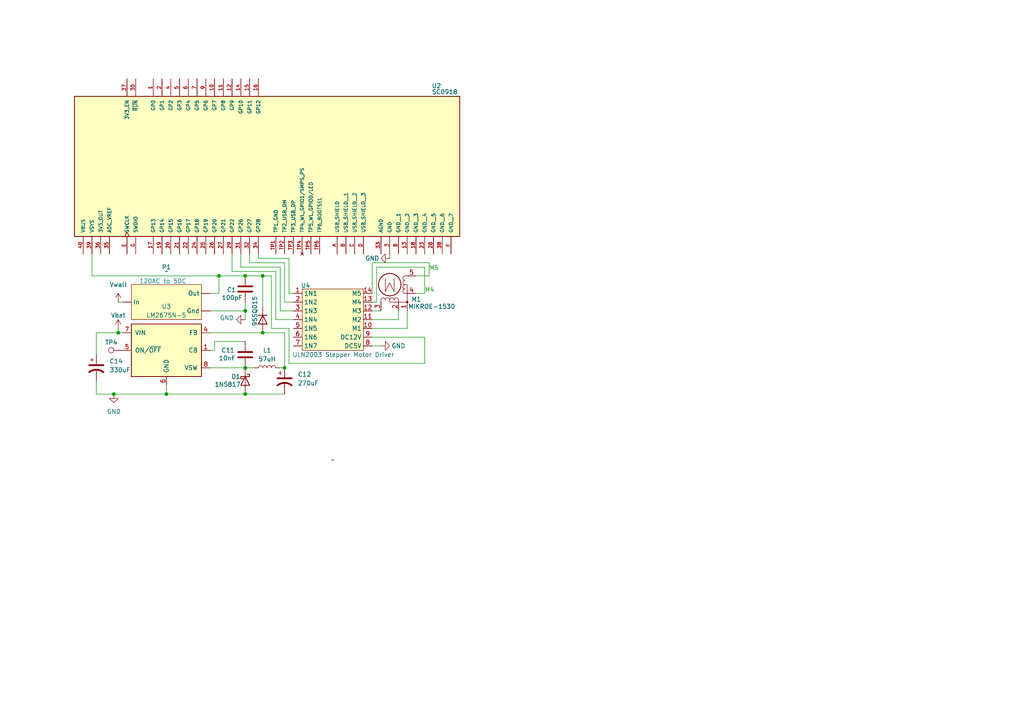
<source format=kicad_sch>
(kicad_sch
	(version 20231120)
	(generator "eeschema")
	(generator_version "8.0")
	(uuid "6d7dbd2d-b40c-40d3-9327-a7582bf8033a")
	(paper "A4")
	(lib_symbols
		(symbol "Connector:TestPoint"
			(pin_numbers hide)
			(pin_names
				(offset 0.762) hide)
			(exclude_from_sim no)
			(in_bom yes)
			(on_board yes)
			(property "Reference" "TP"
				(at 0 6.858 0)
				(effects
					(font
						(size 1.27 1.27)
					)
				)
			)
			(property "Value" "TestPoint"
				(at 0 5.08 0)
				(effects
					(font
						(size 1.27 1.27)
					)
				)
			)
			(property "Footprint" ""
				(at 5.08 0 0)
				(effects
					(font
						(size 1.27 1.27)
					)
					(hide yes)
				)
			)
			(property "Datasheet" "~"
				(at 5.08 0 0)
				(effects
					(font
						(size 1.27 1.27)
					)
					(hide yes)
				)
			)
			(property "Description" "test point"
				(at 0 0 0)
				(effects
					(font
						(size 1.27 1.27)
					)
					(hide yes)
				)
			)
			(property "ki_keywords" "test point tp"
				(at 0 0 0)
				(effects
					(font
						(size 1.27 1.27)
					)
					(hide yes)
				)
			)
			(property "ki_fp_filters" "Pin* Test*"
				(at 0 0 0)
				(effects
					(font
						(size 1.27 1.27)
					)
					(hide yes)
				)
			)
			(symbol "TestPoint_0_1"
				(circle
					(center 0 3.302)
					(radius 0.762)
					(stroke
						(width 0)
						(type default)
					)
					(fill
						(type none)
					)
				)
			)
			(symbol "TestPoint_1_1"
				(pin passive line
					(at 0 0 90)
					(length 2.54)
					(name "1"
						(effects
							(font
								(size 1.27 1.27)
							)
						)
					)
					(number "1"
						(effects
							(font
								(size 1.27 1.27)
							)
						)
					)
				)
			)
		)
		(symbol "Device:C"
			(pin_numbers hide)
			(pin_names
				(offset 0.254)
			)
			(exclude_from_sim no)
			(in_bom yes)
			(on_board yes)
			(property "Reference" "C"
				(at 0.635 2.54 0)
				(effects
					(font
						(size 1.27 1.27)
					)
					(justify left)
				)
			)
			(property "Value" "C"
				(at 0.635 -2.54 0)
				(effects
					(font
						(size 1.27 1.27)
					)
					(justify left)
				)
			)
			(property "Footprint" ""
				(at 0.9652 -3.81 0)
				(effects
					(font
						(size 1.27 1.27)
					)
					(hide yes)
				)
			)
			(property "Datasheet" "~"
				(at 0 0 0)
				(effects
					(font
						(size 1.27 1.27)
					)
					(hide yes)
				)
			)
			(property "Description" "Unpolarized capacitor"
				(at 0 0 0)
				(effects
					(font
						(size 1.27 1.27)
					)
					(hide yes)
				)
			)
			(property "ki_keywords" "cap capacitor"
				(at 0 0 0)
				(effects
					(font
						(size 1.27 1.27)
					)
					(hide yes)
				)
			)
			(property "ki_fp_filters" "C_*"
				(at 0 0 0)
				(effects
					(font
						(size 1.27 1.27)
					)
					(hide yes)
				)
			)
			(symbol "C_0_1"
				(polyline
					(pts
						(xy -2.032 -0.762) (xy 2.032 -0.762)
					)
					(stroke
						(width 0.508)
						(type default)
					)
					(fill
						(type none)
					)
				)
				(polyline
					(pts
						(xy -2.032 0.762) (xy 2.032 0.762)
					)
					(stroke
						(width 0.508)
						(type default)
					)
					(fill
						(type none)
					)
				)
			)
			(symbol "C_1_1"
				(pin passive line
					(at 0 3.81 270)
					(length 2.794)
					(name "~"
						(effects
							(font
								(size 1.27 1.27)
							)
						)
					)
					(number "1"
						(effects
							(font
								(size 1.27 1.27)
							)
						)
					)
				)
				(pin passive line
					(at 0 -3.81 90)
					(length 2.794)
					(name "~"
						(effects
							(font
								(size 1.27 1.27)
							)
						)
					)
					(number "2"
						(effects
							(font
								(size 1.27 1.27)
							)
						)
					)
				)
			)
		)
		(symbol "Device:C_Polarized_US"
			(pin_numbers hide)
			(pin_names
				(offset 0.254) hide)
			(exclude_from_sim no)
			(in_bom yes)
			(on_board yes)
			(property "Reference" "C"
				(at 0.635 2.54 0)
				(effects
					(font
						(size 1.27 1.27)
					)
					(justify left)
				)
			)
			(property "Value" "C_Polarized_US"
				(at 0.635 -2.54 0)
				(effects
					(font
						(size 1.27 1.27)
					)
					(justify left)
				)
			)
			(property "Footprint" ""
				(at 0 0 0)
				(effects
					(font
						(size 1.27 1.27)
					)
					(hide yes)
				)
			)
			(property "Datasheet" "~"
				(at 0 0 0)
				(effects
					(font
						(size 1.27 1.27)
					)
					(hide yes)
				)
			)
			(property "Description" "Polarized capacitor, US symbol"
				(at 0 0 0)
				(effects
					(font
						(size 1.27 1.27)
					)
					(hide yes)
				)
			)
			(property "ki_keywords" "cap capacitor"
				(at 0 0 0)
				(effects
					(font
						(size 1.27 1.27)
					)
					(hide yes)
				)
			)
			(property "ki_fp_filters" "CP_*"
				(at 0 0 0)
				(effects
					(font
						(size 1.27 1.27)
					)
					(hide yes)
				)
			)
			(symbol "C_Polarized_US_0_1"
				(polyline
					(pts
						(xy -2.032 0.762) (xy 2.032 0.762)
					)
					(stroke
						(width 0.508)
						(type default)
					)
					(fill
						(type none)
					)
				)
				(polyline
					(pts
						(xy -1.778 2.286) (xy -0.762 2.286)
					)
					(stroke
						(width 0)
						(type default)
					)
					(fill
						(type none)
					)
				)
				(polyline
					(pts
						(xy -1.27 1.778) (xy -1.27 2.794)
					)
					(stroke
						(width 0)
						(type default)
					)
					(fill
						(type none)
					)
				)
				(arc
					(start 2.032 -1.27)
					(mid 0 -0.5572)
					(end -2.032 -1.27)
					(stroke
						(width 0.508)
						(type default)
					)
					(fill
						(type none)
					)
				)
			)
			(symbol "C_Polarized_US_1_1"
				(pin passive line
					(at 0 3.81 270)
					(length 2.794)
					(name "~"
						(effects
							(font
								(size 1.27 1.27)
							)
						)
					)
					(number "1"
						(effects
							(font
								(size 1.27 1.27)
							)
						)
					)
				)
				(pin passive line
					(at 0 -3.81 90)
					(length 3.302)
					(name "~"
						(effects
							(font
								(size 1.27 1.27)
							)
						)
					)
					(number "2"
						(effects
							(font
								(size 1.27 1.27)
							)
						)
					)
				)
			)
		)
		(symbol "Device:D"
			(pin_numbers hide)
			(pin_names
				(offset 1.016) hide)
			(exclude_from_sim no)
			(in_bom yes)
			(on_board yes)
			(property "Reference" "D"
				(at 0 2.54 0)
				(effects
					(font
						(size 1.27 1.27)
					)
				)
			)
			(property "Value" "D"
				(at 0 -2.54 0)
				(effects
					(font
						(size 1.27 1.27)
					)
				)
			)
			(property "Footprint" ""
				(at 0 0 0)
				(effects
					(font
						(size 1.27 1.27)
					)
					(hide yes)
				)
			)
			(property "Datasheet" "~"
				(at 0 0 0)
				(effects
					(font
						(size 1.27 1.27)
					)
					(hide yes)
				)
			)
			(property "Description" "Diode"
				(at 0 0 0)
				(effects
					(font
						(size 1.27 1.27)
					)
					(hide yes)
				)
			)
			(property "Sim.Device" "D"
				(at 0 0 0)
				(effects
					(font
						(size 1.27 1.27)
					)
					(hide yes)
				)
			)
			(property "Sim.Pins" "1=K 2=A"
				(at 0 0 0)
				(effects
					(font
						(size 1.27 1.27)
					)
					(hide yes)
				)
			)
			(property "ki_keywords" "diode"
				(at 0 0 0)
				(effects
					(font
						(size 1.27 1.27)
					)
					(hide yes)
				)
			)
			(property "ki_fp_filters" "TO-???* *_Diode_* *SingleDiode* D_*"
				(at 0 0 0)
				(effects
					(font
						(size 1.27 1.27)
					)
					(hide yes)
				)
			)
			(symbol "D_0_1"
				(polyline
					(pts
						(xy -1.27 1.27) (xy -1.27 -1.27)
					)
					(stroke
						(width 0.254)
						(type default)
					)
					(fill
						(type none)
					)
				)
				(polyline
					(pts
						(xy 1.27 0) (xy -1.27 0)
					)
					(stroke
						(width 0)
						(type default)
					)
					(fill
						(type none)
					)
				)
				(polyline
					(pts
						(xy 1.27 1.27) (xy 1.27 -1.27) (xy -1.27 0) (xy 1.27 1.27)
					)
					(stroke
						(width 0.254)
						(type default)
					)
					(fill
						(type none)
					)
				)
			)
			(symbol "D_1_1"
				(pin passive line
					(at -3.81 0 0)
					(length 2.54)
					(name "K"
						(effects
							(font
								(size 1.27 1.27)
							)
						)
					)
					(number "1"
						(effects
							(font
								(size 1.27 1.27)
							)
						)
					)
				)
				(pin passive line
					(at 3.81 0 180)
					(length 2.54)
					(name "A"
						(effects
							(font
								(size 1.27 1.27)
							)
						)
					)
					(number "2"
						(effects
							(font
								(size 1.27 1.27)
							)
						)
					)
				)
			)
		)
		(symbol "Device:D_Schottky"
			(pin_numbers hide)
			(pin_names
				(offset 1.016) hide)
			(exclude_from_sim no)
			(in_bom yes)
			(on_board yes)
			(property "Reference" "D"
				(at 0 2.54 0)
				(effects
					(font
						(size 1.27 1.27)
					)
				)
			)
			(property "Value" "D_Schottky"
				(at 0 -2.54 0)
				(effects
					(font
						(size 1.27 1.27)
					)
				)
			)
			(property "Footprint" ""
				(at 0 0 0)
				(effects
					(font
						(size 1.27 1.27)
					)
					(hide yes)
				)
			)
			(property "Datasheet" "~"
				(at 0 0 0)
				(effects
					(font
						(size 1.27 1.27)
					)
					(hide yes)
				)
			)
			(property "Description" "Schottky diode"
				(at 0 0 0)
				(effects
					(font
						(size 1.27 1.27)
					)
					(hide yes)
				)
			)
			(property "ki_keywords" "diode Schottky"
				(at 0 0 0)
				(effects
					(font
						(size 1.27 1.27)
					)
					(hide yes)
				)
			)
			(property "ki_fp_filters" "TO-???* *_Diode_* *SingleDiode* D_*"
				(at 0 0 0)
				(effects
					(font
						(size 1.27 1.27)
					)
					(hide yes)
				)
			)
			(symbol "D_Schottky_0_1"
				(polyline
					(pts
						(xy 1.27 0) (xy -1.27 0)
					)
					(stroke
						(width 0)
						(type default)
					)
					(fill
						(type none)
					)
				)
				(polyline
					(pts
						(xy 1.27 1.27) (xy 1.27 -1.27) (xy -1.27 0) (xy 1.27 1.27)
					)
					(stroke
						(width 0.254)
						(type default)
					)
					(fill
						(type none)
					)
				)
				(polyline
					(pts
						(xy -1.905 0.635) (xy -1.905 1.27) (xy -1.27 1.27) (xy -1.27 -1.27) (xy -0.635 -1.27) (xy -0.635 -0.635)
					)
					(stroke
						(width 0.254)
						(type default)
					)
					(fill
						(type none)
					)
				)
			)
			(symbol "D_Schottky_1_1"
				(pin passive line
					(at -3.81 0 0)
					(length 2.54)
					(name "K"
						(effects
							(font
								(size 1.27 1.27)
							)
						)
					)
					(number "1"
						(effects
							(font
								(size 1.27 1.27)
							)
						)
					)
				)
				(pin passive line
					(at 3.81 0 180)
					(length 2.54)
					(name "A"
						(effects
							(font
								(size 1.27 1.27)
							)
						)
					)
					(number "2"
						(effects
							(font
								(size 1.27 1.27)
							)
						)
					)
				)
			)
		)
		(symbol "Device:L"
			(pin_numbers hide)
			(pin_names
				(offset 1.016) hide)
			(exclude_from_sim no)
			(in_bom yes)
			(on_board yes)
			(property "Reference" "L"
				(at -1.27 0 90)
				(effects
					(font
						(size 1.27 1.27)
					)
				)
			)
			(property "Value" "L"
				(at 1.905 0 90)
				(effects
					(font
						(size 1.27 1.27)
					)
				)
			)
			(property "Footprint" ""
				(at 0 0 0)
				(effects
					(font
						(size 1.27 1.27)
					)
					(hide yes)
				)
			)
			(property "Datasheet" "~"
				(at 0 0 0)
				(effects
					(font
						(size 1.27 1.27)
					)
					(hide yes)
				)
			)
			(property "Description" "Inductor"
				(at 0 0 0)
				(effects
					(font
						(size 1.27 1.27)
					)
					(hide yes)
				)
			)
			(property "ki_keywords" "inductor choke coil reactor magnetic"
				(at 0 0 0)
				(effects
					(font
						(size 1.27 1.27)
					)
					(hide yes)
				)
			)
			(property "ki_fp_filters" "Choke_* *Coil* Inductor_* L_*"
				(at 0 0 0)
				(effects
					(font
						(size 1.27 1.27)
					)
					(hide yes)
				)
			)
			(symbol "L_0_1"
				(arc
					(start 0 -2.54)
					(mid 0.6323 -1.905)
					(end 0 -1.27)
					(stroke
						(width 0)
						(type default)
					)
					(fill
						(type none)
					)
				)
				(arc
					(start 0 -1.27)
					(mid 0.6323 -0.635)
					(end 0 0)
					(stroke
						(width 0)
						(type default)
					)
					(fill
						(type none)
					)
				)
				(arc
					(start 0 0)
					(mid 0.6323 0.635)
					(end 0 1.27)
					(stroke
						(width 0)
						(type default)
					)
					(fill
						(type none)
					)
				)
				(arc
					(start 0 1.27)
					(mid 0.6323 1.905)
					(end 0 2.54)
					(stroke
						(width 0)
						(type default)
					)
					(fill
						(type none)
					)
				)
			)
			(symbol "L_1_1"
				(pin passive line
					(at 0 3.81 270)
					(length 1.27)
					(name "1"
						(effects
							(font
								(size 1.27 1.27)
							)
						)
					)
					(number "1"
						(effects
							(font
								(size 1.27 1.27)
							)
						)
					)
				)
				(pin passive line
					(at 0 -3.81 90)
					(length 1.27)
					(name "2"
						(effects
							(font
								(size 1.27 1.27)
							)
						)
					)
					(number "2"
						(effects
							(font
								(size 1.27 1.27)
							)
						)
					)
				)
			)
		)
		(symbol "Motor:Stepper_Motor_unipolar_5pin"
			(pin_names
				(offset 0) hide)
			(exclude_from_sim no)
			(in_bom yes)
			(on_board yes)
			(property "Reference" "M"
				(at 3.81 2.54 0)
				(effects
					(font
						(size 1.27 1.27)
					)
					(justify left)
				)
			)
			(property "Value" "Stepper_Motor_unipolar_5pin"
				(at 3.81 1.27 0)
				(effects
					(font
						(size 1.27 1.27)
					)
					(justify left top)
				)
			)
			(property "Footprint" ""
				(at 0.254 -0.254 0)
				(effects
					(font
						(size 1.27 1.27)
					)
					(hide yes)
				)
			)
			(property "Datasheet" "http://www.infineon.com/dgdl/Application-Note-TLE8110EE_driving_UniPolarStepperMotor_V1.1.pdf?fileId=db3a30431be39b97011be5d0aa0a00b0"
				(at 0.254 -0.254 0)
				(effects
					(font
						(size 1.27 1.27)
					)
					(hide yes)
				)
			)
			(property "Description" "5-wire unipolar stepper motor"
				(at 0 0 0)
				(effects
					(font
						(size 1.27 1.27)
					)
					(hide yes)
				)
			)
			(property "ki_keywords" "unipolar stepper motor"
				(at 0 0 0)
				(effects
					(font
						(size 1.27 1.27)
					)
					(hide yes)
				)
			)
			(property "ki_fp_filters" "PinHeader*P2.54mm* TerminalBlock*"
				(at 0 0 0)
				(effects
					(font
						(size 1.27 1.27)
					)
					(hide yes)
				)
			)
			(symbol "Stepper_Motor_unipolar_5pin_0_0"
				(polyline
					(pts
						(xy -1.27 -1.778) (xy -1.27 2.032) (xy 0 -0.508) (xy 1.27 2.032) (xy 1.27 -1.778)
					)
					(stroke
						(width 0)
						(type default)
					)
					(fill
						(type none)
					)
				)
			)
			(symbol "Stepper_Motor_unipolar_5pin_0_1"
				(circle
					(center -5.08 5.08)
					(radius 0.0001)
					(stroke
						(width 0)
						(type default)
					)
					(fill
						(type outline)
					)
				)
				(circle
					(center -5.08 5.08)
					(radius 0.254)
					(stroke
						(width 0)
						(type default)
					)
					(fill
						(type outline)
					)
				)
				(arc
					(start -4.445 -2.54)
					(mid -3.8127 -1.905)
					(end -4.445 -1.27)
					(stroke
						(width 0)
						(type default)
					)
					(fill
						(type none)
					)
				)
				(arc
					(start -4.445 -1.27)
					(mid -3.8127 -0.635)
					(end -4.445 0)
					(stroke
						(width 0)
						(type default)
					)
					(fill
						(type none)
					)
				)
				(arc
					(start -4.445 0)
					(mid -3.8127 0.635)
					(end -4.445 1.27)
					(stroke
						(width 0)
						(type default)
					)
					(fill
						(type none)
					)
				)
				(arc
					(start -4.445 1.27)
					(mid -3.8127 1.905)
					(end -4.445 2.54)
					(stroke
						(width 0)
						(type default)
					)
					(fill
						(type none)
					)
				)
				(arc
					(start -2.54 4.445)
					(mid -1.905 3.8127)
					(end -1.27 4.445)
					(stroke
						(width 0)
						(type default)
					)
					(fill
						(type none)
					)
				)
				(arc
					(start -1.27 4.445)
					(mid -0.635 3.8127)
					(end 0 4.445)
					(stroke
						(width 0)
						(type default)
					)
					(fill
						(type none)
					)
				)
				(polyline
					(pts
						(xy -5.08 -2.54) (xy -4.445 -2.54)
					)
					(stroke
						(width 0)
						(type default)
					)
					(fill
						(type none)
					)
				)
				(polyline
					(pts
						(xy -5.08 2.54) (xy -4.445 2.54)
					)
					(stroke
						(width 0)
						(type default)
					)
					(fill
						(type none)
					)
				)
				(polyline
					(pts
						(xy -2.54 4.445) (xy -2.54 5.08)
					)
					(stroke
						(width 0)
						(type default)
					)
					(fill
						(type none)
					)
				)
				(polyline
					(pts
						(xy 2.54 4.445) (xy 2.54 5.08)
					)
					(stroke
						(width 0)
						(type default)
					)
					(fill
						(type none)
					)
				)
				(polyline
					(pts
						(xy -5.08 5.08) (xy -5.08 0) (xy -4.445 0)
					)
					(stroke
						(width 0)
						(type default)
					)
					(fill
						(type none)
					)
				)
				(polyline
					(pts
						(xy 0 4.445) (xy 0 5.08) (xy -5.08 5.08)
					)
					(stroke
						(width 0)
						(type default)
					)
					(fill
						(type none)
					)
				)
				(circle
					(center 0 0)
					(radius 3.2512)
					(stroke
						(width 0.254)
						(type default)
					)
					(fill
						(type none)
					)
				)
				(arc
					(start 0 4.445)
					(mid 0.635 3.8127)
					(end 1.27 4.445)
					(stroke
						(width 0)
						(type default)
					)
					(fill
						(type none)
					)
				)
				(arc
					(start 1.27 4.445)
					(mid 1.905 3.8127)
					(end 2.54 4.445)
					(stroke
						(width 0)
						(type default)
					)
					(fill
						(type none)
					)
				)
			)
			(symbol "Stepper_Motor_unipolar_5pin_1_1"
				(pin passive line
					(at -5.08 7.62 270)
					(length 2.54)
					(name "~"
						(effects
							(font
								(size 1.27 1.27)
							)
						)
					)
					(number "1"
						(effects
							(font
								(size 1.27 1.27)
							)
						)
					)
				)
				(pin passive line
					(at -2.54 7.62 270)
					(length 2.54)
					(name "~"
						(effects
							(font
								(size 1.27 1.27)
							)
						)
					)
					(number "2"
						(effects
							(font
								(size 1.27 1.27)
							)
						)
					)
				)
				(pin passive line
					(at 2.54 7.62 270)
					(length 2.54)
					(name "-"
						(effects
							(font
								(size 1.27 1.27)
							)
						)
					)
					(number "3"
						(effects
							(font
								(size 1.27 1.27)
							)
						)
					)
				)
				(pin passive line
					(at -7.62 2.54 0)
					(length 2.54)
					(name "~"
						(effects
							(font
								(size 1.27 1.27)
							)
						)
					)
					(number "4"
						(effects
							(font
								(size 1.27 1.27)
							)
						)
					)
				)
				(pin passive line
					(at -7.62 -2.54 0)
					(length 2.54)
					(name "~"
						(effects
							(font
								(size 1.27 1.27)
							)
						)
					)
					(number "5"
						(effects
							(font
								(size 1.27 1.27)
							)
						)
					)
				)
			)
		)
		(symbol "RPiPico:SC0918"
			(pin_names
				(offset 1.016)
			)
			(exclude_from_sim no)
			(in_bom yes)
			(on_board yes)
			(property "Reference" "U"
				(at -20.32 43.942 0)
				(effects
					(font
						(size 1.27 1.27)
					)
					(justify left bottom)
				)
			)
			(property "Value" "SC0918"
				(at -20.32 -71.12 0)
				(effects
					(font
						(size 1.27 1.27)
					)
					(justify left bottom)
				)
			)
			(property "Footprint" "SC0918:MODULE_SC0918"
				(at 0 0 0)
				(effects
					(font
						(size 1.27 1.27)
					)
					(justify bottom)
					(hide yes)
				)
			)
			(property "Datasheet" ""
				(at 0 0 0)
				(effects
					(font
						(size 1.27 1.27)
					)
					(hide yes)
				)
			)
			(property "Description" ""
				(at 0 0 0)
				(effects
					(font
						(size 1.27 1.27)
					)
					(hide yes)
				)
			)
			(property "PARTREV" "2.1"
				(at 0 0 0)
				(effects
					(font
						(size 1.27 1.27)
					)
					(justify bottom)
					(hide yes)
				)
			)
			(property "STANDARD" "Manufacturer Recommendations"
				(at 0 0 0)
				(effects
					(font
						(size 1.27 1.27)
					)
					(justify bottom)
					(hide yes)
				)
			)
			(property "MAXIMUM_PACKAGE_HEIGHT" "3.6mm"
				(at 0 0 0)
				(effects
					(font
						(size 1.27 1.27)
					)
					(justify bottom)
					(hide yes)
				)
			)
			(property "MANUFACTURER" "Raspberry Pi"
				(at 0 0 0)
				(effects
					(font
						(size 1.27 1.27)
					)
					(justify bottom)
					(hide yes)
				)
			)
			(symbol "SC0918_0_0"
				(rectangle
					(start -20.32 -68.58)
					(end 20.32 43.18)
					(stroke
						(width 0.254)
						(type default)
					)
					(fill
						(type background)
					)
				)
				(pin bidirectional line
					(at -25.4 20.32 0)
					(length 5.08)
					(name "GP0"
						(effects
							(font
								(size 1.016 1.016)
							)
						)
					)
					(number "1"
						(effects
							(font
								(size 1.016 1.016)
							)
						)
					)
				)
				(pin bidirectional line
					(at -25.4 2.54 0)
					(length 5.08)
					(name "GP7"
						(effects
							(font
								(size 1.016 1.016)
							)
						)
					)
					(number "10"
						(effects
							(font
								(size 1.016 1.016)
							)
						)
					)
				)
				(pin bidirectional line
					(at -25.4 0 0)
					(length 5.08)
					(name "GP8"
						(effects
							(font
								(size 1.016 1.016)
							)
						)
					)
					(number "11"
						(effects
							(font
								(size 1.016 1.016)
							)
						)
					)
				)
				(pin bidirectional line
					(at -25.4 -2.54 0)
					(length 5.08)
					(name "GP9"
						(effects
							(font
								(size 1.016 1.016)
							)
						)
					)
					(number "12"
						(effects
							(font
								(size 1.016 1.016)
							)
						)
					)
				)
				(pin power_in line
					(at 25.4 -53.34 180)
					(length 5.08)
					(name "GND__2"
						(effects
							(font
								(size 1.016 1.016)
							)
						)
					)
					(number "13"
						(effects
							(font
								(size 1.016 1.016)
							)
						)
					)
				)
				(pin bidirectional line
					(at -25.4 -5.08 0)
					(length 5.08)
					(name "GP10"
						(effects
							(font
								(size 1.016 1.016)
							)
						)
					)
					(number "14"
						(effects
							(font
								(size 1.016 1.016)
							)
						)
					)
				)
				(pin bidirectional line
					(at -25.4 -7.62 0)
					(length 5.08)
					(name "GP11"
						(effects
							(font
								(size 1.016 1.016)
							)
						)
					)
					(number "15"
						(effects
							(font
								(size 1.016 1.016)
							)
						)
					)
				)
				(pin bidirectional line
					(at -25.4 -10.16 0)
					(length 5.08)
					(name "GP12"
						(effects
							(font
								(size 1.016 1.016)
							)
						)
					)
					(number "16"
						(effects
							(font
								(size 1.016 1.016)
							)
						)
					)
				)
				(pin bidirectional line
					(at 25.4 20.32 180)
					(length 5.08)
					(name "GP13"
						(effects
							(font
								(size 1.016 1.016)
							)
						)
					)
					(number "17"
						(effects
							(font
								(size 1.016 1.016)
							)
						)
					)
				)
				(pin power_in line
					(at 25.4 -55.88 180)
					(length 5.08)
					(name "GND__3"
						(effects
							(font
								(size 1.016 1.016)
							)
						)
					)
					(number "18"
						(effects
							(font
								(size 1.016 1.016)
							)
						)
					)
				)
				(pin bidirectional line
					(at 25.4 17.78 180)
					(length 5.08)
					(name "GP14"
						(effects
							(font
								(size 1.016 1.016)
							)
						)
					)
					(number "19"
						(effects
							(font
								(size 1.016 1.016)
							)
						)
					)
				)
				(pin bidirectional line
					(at -25.4 17.78 0)
					(length 5.08)
					(name "GP1"
						(effects
							(font
								(size 1.016 1.016)
							)
						)
					)
					(number "2"
						(effects
							(font
								(size 1.016 1.016)
							)
						)
					)
				)
				(pin bidirectional line
					(at 25.4 15.24 180)
					(length 5.08)
					(name "GP15"
						(effects
							(font
								(size 1.016 1.016)
							)
						)
					)
					(number "20"
						(effects
							(font
								(size 1.016 1.016)
							)
						)
					)
				)
				(pin bidirectional line
					(at 25.4 12.7 180)
					(length 5.08)
					(name "GP16"
						(effects
							(font
								(size 1.016 1.016)
							)
						)
					)
					(number "21"
						(effects
							(font
								(size 1.016 1.016)
							)
						)
					)
				)
				(pin bidirectional line
					(at 25.4 10.16 180)
					(length 5.08)
					(name "GP17"
						(effects
							(font
								(size 1.016 1.016)
							)
						)
					)
					(number "22"
						(effects
							(font
								(size 1.016 1.016)
							)
						)
					)
				)
				(pin power_in line
					(at 25.4 -58.42 180)
					(length 5.08)
					(name "GND__4"
						(effects
							(font
								(size 1.016 1.016)
							)
						)
					)
					(number "23"
						(effects
							(font
								(size 1.016 1.016)
							)
						)
					)
				)
				(pin bidirectional line
					(at 25.4 7.62 180)
					(length 5.08)
					(name "GP18"
						(effects
							(font
								(size 1.016 1.016)
							)
						)
					)
					(number "24"
						(effects
							(font
								(size 1.016 1.016)
							)
						)
					)
				)
				(pin bidirectional line
					(at 25.4 5.08 180)
					(length 5.08)
					(name "GP19"
						(effects
							(font
								(size 1.016 1.016)
							)
						)
					)
					(number "25"
						(effects
							(font
								(size 1.016 1.016)
							)
						)
					)
				)
				(pin bidirectional line
					(at 25.4 2.54 180)
					(length 5.08)
					(name "GP20"
						(effects
							(font
								(size 1.016 1.016)
							)
						)
					)
					(number "26"
						(effects
							(font
								(size 1.016 1.016)
							)
						)
					)
				)
				(pin bidirectional line
					(at 25.4 0 180)
					(length 5.08)
					(name "GP21"
						(effects
							(font
								(size 1.016 1.016)
							)
						)
					)
					(number "27"
						(effects
							(font
								(size 1.016 1.016)
							)
						)
					)
				)
				(pin power_in line
					(at 25.4 -60.96 180)
					(length 5.08)
					(name "GND__5"
						(effects
							(font
								(size 1.016 1.016)
							)
						)
					)
					(number "28"
						(effects
							(font
								(size 1.016 1.016)
							)
						)
					)
				)
				(pin bidirectional line
					(at 25.4 -2.54 180)
					(length 5.08)
					(name "GP22"
						(effects
							(font
								(size 1.016 1.016)
							)
						)
					)
					(number "29"
						(effects
							(font
								(size 1.016 1.016)
							)
						)
					)
				)
				(pin power_in line
					(at 25.4 -48.26 180)
					(length 5.08)
					(name "GND"
						(effects
							(font
								(size 1.016 1.016)
							)
						)
					)
					(number "3"
						(effects
							(font
								(size 1.016 1.016)
							)
						)
					)
				)
				(pin input line
					(at -25.4 25.4 0)
					(length 5.08)
					(name "~{RUN}"
						(effects
							(font
								(size 1.016 1.016)
							)
						)
					)
					(number "30"
						(effects
							(font
								(size 1.016 1.016)
							)
						)
					)
				)
				(pin bidirectional line
					(at 25.4 -5.08 180)
					(length 5.08)
					(name "GP26"
						(effects
							(font
								(size 1.016 1.016)
							)
						)
					)
					(number "31"
						(effects
							(font
								(size 1.016 1.016)
							)
						)
					)
				)
				(pin bidirectional line
					(at 25.4 -7.62 180)
					(length 5.08)
					(name "GP27"
						(effects
							(font
								(size 1.016 1.016)
							)
						)
					)
					(number "32"
						(effects
							(font
								(size 1.016 1.016)
							)
						)
					)
				)
				(pin power_in line
					(at 25.4 -45.72 180)
					(length 5.08)
					(name "AGND"
						(effects
							(font
								(size 1.016 1.016)
							)
						)
					)
					(number "33"
						(effects
							(font
								(size 1.016 1.016)
							)
						)
					)
				)
				(pin bidirectional line
					(at 25.4 -10.16 180)
					(length 5.08)
					(name "GP28"
						(effects
							(font
								(size 1.016 1.016)
							)
						)
					)
					(number "34"
						(effects
							(font
								(size 1.016 1.016)
							)
						)
					)
				)
				(pin power_in line
					(at 25.4 33.02 180)
					(length 5.08)
					(name "ADC_VREF"
						(effects
							(font
								(size 1.016 1.016)
							)
						)
					)
					(number "35"
						(effects
							(font
								(size 1.016 1.016)
							)
						)
					)
				)
				(pin power_in line
					(at 25.4 35.56 180)
					(length 5.08)
					(name "3V3_OUT"
						(effects
							(font
								(size 1.016 1.016)
							)
						)
					)
					(number "36"
						(effects
							(font
								(size 1.016 1.016)
							)
						)
					)
				)
				(pin input line
					(at -25.4 27.94 0)
					(length 5.08)
					(name "3V3_EN"
						(effects
							(font
								(size 1.016 1.016)
							)
						)
					)
					(number "37"
						(effects
							(font
								(size 1.016 1.016)
							)
						)
					)
				)
				(pin power_in line
					(at 25.4 -63.5 180)
					(length 5.08)
					(name "GND__6"
						(effects
							(font
								(size 1.016 1.016)
							)
						)
					)
					(number "38"
						(effects
							(font
								(size 1.016 1.016)
							)
						)
					)
				)
				(pin power_in line
					(at 25.4 38.1 180)
					(length 5.08)
					(name "VSYS"
						(effects
							(font
								(size 1.016 1.016)
							)
						)
					)
					(number "39"
						(effects
							(font
								(size 1.016 1.016)
							)
						)
					)
				)
				(pin bidirectional line
					(at -25.4 15.24 0)
					(length 5.08)
					(name "GP2"
						(effects
							(font
								(size 1.016 1.016)
							)
						)
					)
					(number "4"
						(effects
							(font
								(size 1.016 1.016)
							)
						)
					)
				)
				(pin power_in line
					(at 25.4 40.64 180)
					(length 5.08)
					(name "VBUS"
						(effects
							(font
								(size 1.016 1.016)
							)
						)
					)
					(number "40"
						(effects
							(font
								(size 1.016 1.016)
							)
						)
					)
				)
				(pin bidirectional line
					(at -25.4 12.7 0)
					(length 5.08)
					(name "GP3"
						(effects
							(font
								(size 1.016 1.016)
							)
						)
					)
					(number "5"
						(effects
							(font
								(size 1.016 1.016)
							)
						)
					)
				)
				(pin bidirectional line
					(at -25.4 10.16 0)
					(length 5.08)
					(name "GP4"
						(effects
							(font
								(size 1.016 1.016)
							)
						)
					)
					(number "6"
						(effects
							(font
								(size 1.016 1.016)
							)
						)
					)
				)
				(pin bidirectional line
					(at -25.4 7.62 0)
					(length 5.08)
					(name "GP5"
						(effects
							(font
								(size 1.016 1.016)
							)
						)
					)
					(number "7"
						(effects
							(font
								(size 1.016 1.016)
							)
						)
					)
				)
				(pin power_in line
					(at 25.4 -50.8 180)
					(length 5.08)
					(name "GND__1"
						(effects
							(font
								(size 1.016 1.016)
							)
						)
					)
					(number "8"
						(effects
							(font
								(size 1.016 1.016)
							)
						)
					)
				)
				(pin bidirectional line
					(at -25.4 5.08 0)
					(length 5.08)
					(name "GP6"
						(effects
							(font
								(size 1.016 1.016)
							)
						)
					)
					(number "9"
						(effects
							(font
								(size 1.016 1.016)
							)
						)
					)
				)
				(pin power_in line
					(at 25.4 -33.02 180)
					(length 5.08)
					(name "USB_SHIELD"
						(effects
							(font
								(size 1.016 1.016)
							)
						)
					)
					(number "A"
						(effects
							(font
								(size 1.016 1.016)
							)
						)
					)
				)
				(pin power_in line
					(at 25.4 -35.56 180)
					(length 5.08)
					(name "USB_SHIELD__1"
						(effects
							(font
								(size 1.016 1.016)
							)
						)
					)
					(number "B"
						(effects
							(font
								(size 1.016 1.016)
							)
						)
					)
				)
				(pin power_in line
					(at 25.4 -38.1 180)
					(length 5.08)
					(name "USB_SHIELD__2"
						(effects
							(font
								(size 1.016 1.016)
							)
						)
					)
					(number "C"
						(effects
							(font
								(size 1.016 1.016)
							)
						)
					)
				)
				(pin power_in line
					(at 25.4 -40.64 180)
					(length 5.08)
					(name "USB_SHIELD__3"
						(effects
							(font
								(size 1.016 1.016)
							)
						)
					)
					(number "D"
						(effects
							(font
								(size 1.016 1.016)
							)
						)
					)
				)
				(pin input clock
					(at 25.4 27.94 180)
					(length 5.08)
					(name "SWCLK"
						(effects
							(font
								(size 1.016 1.016)
							)
						)
					)
					(number "E"
						(effects
							(font
								(size 1.016 1.016)
							)
						)
					)
				)
				(pin power_in line
					(at 25.4 -66.04 180)
					(length 5.08)
					(name "GND__7"
						(effects
							(font
								(size 1.016 1.016)
							)
						)
					)
					(number "F"
						(effects
							(font
								(size 1.016 1.016)
							)
						)
					)
				)
				(pin bidirectional line
					(at 25.4 25.4 180)
					(length 5.08)
					(name "SWDIO"
						(effects
							(font
								(size 1.016 1.016)
							)
						)
					)
					(number "G"
						(effects
							(font
								(size 1.016 1.016)
							)
						)
					)
				)
				(pin power_in line
					(at 25.4 -15.24 180)
					(length 5.08)
					(name "TP1_GND"
						(effects
							(font
								(size 1.016 1.016)
							)
						)
					)
					(number "TP1"
						(effects
							(font
								(size 1.016 1.016)
							)
						)
					)
				)
				(pin bidirectional line
					(at 25.4 -17.78 180)
					(length 5.08)
					(name "TP2_USB_DM"
						(effects
							(font
								(size 1.016 1.016)
							)
						)
					)
					(number "TP2"
						(effects
							(font
								(size 1.016 1.016)
							)
						)
					)
				)
				(pin bidirectional line
					(at 25.4 -20.32 180)
					(length 5.08)
					(name "TP3_USB_DP"
						(effects
							(font
								(size 1.016 1.016)
							)
						)
					)
					(number "TP3"
						(effects
							(font
								(size 1.016 1.016)
							)
						)
					)
				)
				(pin no_connect line
					(at 25.4 -22.86 180)
					(length 5.08)
					(name "TP4_WL_GPIO1/SMPS_PS"
						(effects
							(font
								(size 1.016 1.016)
							)
						)
					)
					(number "TP4"
						(effects
							(font
								(size 1.016 1.016)
							)
						)
					)
				)
				(pin output line
					(at 25.4 -25.4 180)
					(length 5.08)
					(name "TP5_WL_GPIO0/LED"
						(effects
							(font
								(size 1.016 1.016)
							)
						)
					)
					(number "TP5"
						(effects
							(font
								(size 1.016 1.016)
							)
						)
					)
				)
				(pin input line
					(at 25.4 -27.94 180)
					(length 5.08)
					(name "TP6_BOOTSEL"
						(effects
							(font
								(size 1.016 1.016)
							)
						)
					)
					(number "TP6"
						(effects
							(font
								(size 1.016 1.016)
							)
						)
					)
				)
			)
		)
		(symbol "RPiPico:ULN2003_Stepper_Motor_Driver"
			(exclude_from_sim no)
			(in_bom yes)
			(on_board yes)
			(property "Reference" "U4"
				(at -27.686 -10.414 90)
				(effects
					(font
						(size 1.27 1.27)
					)
				)
			)
			(property "Value" "~"
				(at 22.86 -2.54 90)
				(effects
					(font
						(size 1.27 1.27)
					)
				)
			)
			(property "Footprint" ""
				(at 0 0 0)
				(effects
					(font
						(size 1.27 1.27)
					)
					(hide yes)
				)
			)
			(property "Datasheet" ""
				(at 0 0 0)
				(effects
					(font
						(size 1.27 1.27)
					)
					(hide yes)
				)
			)
			(property "Description" ""
				(at 0 0 0)
				(effects
					(font
						(size 1.27 1.27)
					)
					(hide yes)
				)
			)
			(symbol "ULN2003_Stepper_Motor_Driver_1_1"
				(rectangle
					(start -26.67 6.35)
					(end -8.89 -11.43)
					(stroke
						(width 0)
						(type default)
					)
					(fill
						(type background)
					)
				)
				(text "ULN2003 Stepper Motor Driver"
					(at -7.62 0.508 900)
					(effects
						(font
							(size 1.27 1.27)
							(color 0 100 100 1)
						)
					)
				)
				(pin input line
					(at -25.4 -13.97 90)
					(length 2.54)
					(name "1N1"
						(effects
							(font
								(size 1.27 1.27)
							)
						)
					)
					(number "1"
						(effects
							(font
								(size 1.27 1.27)
							)
						)
					)
				)
				(pin input line
					(at -15.24 8.89 270)
					(length 2.54)
					(name "M1"
						(effects
							(font
								(size 1.27 1.27)
							)
						)
					)
					(number "10"
						(effects
							(font
								(size 1.27 1.27)
							)
						)
					)
				)
				(pin input line
					(at -17.78 8.89 270)
					(length 2.54)
					(name "M2"
						(effects
							(font
								(size 1.27 1.27)
							)
						)
					)
					(number "11"
						(effects
							(font
								(size 1.27 1.27)
							)
						)
					)
				)
				(pin input line
					(at -20.32 8.89 270)
					(length 2.54)
					(name "M3"
						(effects
							(font
								(size 1.27 1.27)
							)
						)
					)
					(number "12"
						(effects
							(font
								(size 1.27 1.27)
							)
						)
					)
				)
				(pin input line
					(at -22.86 8.89 270)
					(length 2.54)
					(name "M4"
						(effects
							(font
								(size 1.27 1.27)
							)
						)
					)
					(number "13"
						(effects
							(font
								(size 1.27 1.27)
							)
						)
					)
				)
				(pin input line
					(at -25.4 8.89 270)
					(length 2.54)
					(name "M5"
						(effects
							(font
								(size 1.27 1.27)
							)
						)
					)
					(number "14"
						(effects
							(font
								(size 1.27 1.27)
							)
						)
					)
				)
				(pin input line
					(at -22.86 -13.97 90)
					(length 2.54)
					(name "1N2"
						(effects
							(font
								(size 1.27 1.27)
							)
						)
					)
					(number "2"
						(effects
							(font
								(size 1.27 1.27)
							)
						)
					)
				)
				(pin input line
					(at -20.32 -13.97 90)
					(length 2.54)
					(name "1N3"
						(effects
							(font
								(size 1.27 1.27)
							)
						)
					)
					(number "3"
						(effects
							(font
								(size 1.27 1.27)
							)
						)
					)
				)
				(pin input line
					(at -17.78 -13.97 90)
					(length 2.54)
					(name "1N4"
						(effects
							(font
								(size 1.27 1.27)
							)
						)
					)
					(number "4"
						(effects
							(font
								(size 1.27 1.27)
							)
						)
					)
				)
				(pin input line
					(at -15.24 -13.97 90)
					(length 2.54)
					(name "1N5"
						(effects
							(font
								(size 1.27 1.27)
							)
						)
					)
					(number "5"
						(effects
							(font
								(size 1.27 1.27)
							)
						)
					)
				)
				(pin input line
					(at -12.7 -13.97 90)
					(length 2.54)
					(name "1N6"
						(effects
							(font
								(size 1.27 1.27)
							)
						)
					)
					(number "6"
						(effects
							(font
								(size 1.27 1.27)
							)
						)
					)
				)
				(pin input line
					(at -10.16 -13.97 90)
					(length 2.54)
					(name "1N7"
						(effects
							(font
								(size 1.27 1.27)
							)
						)
					)
					(number "7"
						(effects
							(font
								(size 1.27 1.27)
							)
						)
					)
				)
				(pin input line
					(at -10.16 8.89 270)
					(length 2.54)
					(name "DC5V"
						(effects
							(font
								(size 1.27 1.27)
							)
						)
					)
					(number "8"
						(effects
							(font
								(size 1.27 1.27)
							)
						)
					)
				)
				(pin input line
					(at -12.7 8.89 270)
					(length 2.54)
					(name "DC12V"
						(effects
							(font
								(size 1.27 1.27)
							)
						)
					)
					(number "9"
						(effects
							(font
								(size 1.27 1.27)
							)
						)
					)
				)
			)
		)
		(symbol "Regulator_Switching:LM2675N-5"
			(pin_names
				(offset 1.016)
			)
			(exclude_from_sim no)
			(in_bom yes)
			(on_board yes)
			(property "Reference" "U"
				(at -10.16 8.89 0)
				(effects
					(font
						(size 1.27 1.27)
					)
					(justify left)
				)
			)
			(property "Value" "LM2675N-5"
				(at 0 8.89 0)
				(effects
					(font
						(size 1.27 1.27)
					)
					(justify left)
				)
			)
			(property "Footprint" "Package_DIP:DIP-8_W7.62mm"
				(at 1.27 -8.89 0)
				(effects
					(font
						(size 1.27 1.27)
						(italic yes)
					)
					(justify left)
					(hide yes)
				)
			)
			(property "Datasheet" "http://www.ti.com/lit/ds/symlink/lm2675.pdf"
				(at 0 0 0)
				(effects
					(font
						(size 1.27 1.27)
					)
					(hide yes)
				)
			)
			(property "Description" "5V, 1A Step-Down Voltage Regulator, DIP-8"
				(at 0 0 0)
				(effects
					(font
						(size 1.27 1.27)
					)
					(hide yes)
				)
			)
			(property "ki_keywords" "Step-Down Voltage Regulator 5V 1A"
				(at 0 0 0)
				(effects
					(font
						(size 1.27 1.27)
					)
					(hide yes)
				)
			)
			(property "ki_fp_filters" "DIP*W7.62mm*"
				(at 0 0 0)
				(effects
					(font
						(size 1.27 1.27)
					)
					(hide yes)
				)
			)
			(symbol "LM2675N-5_0_1"
				(rectangle
					(start -10.16 7.62)
					(end 10.16 -7.62)
					(stroke
						(width 0.254)
						(type default)
					)
					(fill
						(type background)
					)
				)
			)
			(symbol "LM2675N-5_1_1"
				(pin input line
					(at 12.7 0 180)
					(length 2.54)
					(name "CB"
						(effects
							(font
								(size 1.27 1.27)
							)
						)
					)
					(number "1"
						(effects
							(font
								(size 1.27 1.27)
							)
						)
					)
				)
				(pin no_connect line
					(at -10.16 -2.54 0)
					(length 2.54) hide
					(name "NC"
						(effects
							(font
								(size 1.27 1.27)
							)
						)
					)
					(number "2"
						(effects
							(font
								(size 1.27 1.27)
							)
						)
					)
				)
				(pin no_connect line
					(at -10.16 -5.08 0)
					(length 2.54) hide
					(name "NC"
						(effects
							(font
								(size 1.27 1.27)
							)
						)
					)
					(number "3"
						(effects
							(font
								(size 1.27 1.27)
							)
						)
					)
				)
				(pin input line
					(at 12.7 5.08 180)
					(length 2.54)
					(name "FB"
						(effects
							(font
								(size 1.27 1.27)
							)
						)
					)
					(number "4"
						(effects
							(font
								(size 1.27 1.27)
							)
						)
					)
				)
				(pin input line
					(at -12.7 0 0)
					(length 2.54)
					(name "ON/~{OFF}"
						(effects
							(font
								(size 1.27 1.27)
							)
						)
					)
					(number "5"
						(effects
							(font
								(size 1.27 1.27)
							)
						)
					)
				)
				(pin power_in line
					(at 0 -10.16 90)
					(length 2.54)
					(name "GND"
						(effects
							(font
								(size 1.27 1.27)
							)
						)
					)
					(number "6"
						(effects
							(font
								(size 1.27 1.27)
							)
						)
					)
				)
				(pin power_in line
					(at -12.7 5.08 0)
					(length 2.54)
					(name "VIN"
						(effects
							(font
								(size 1.27 1.27)
							)
						)
					)
					(number "7"
						(effects
							(font
								(size 1.27 1.27)
							)
						)
					)
				)
				(pin output line
					(at 12.7 -5.08 180)
					(length 2.54)
					(name "VSW"
						(effects
							(font
								(size 1.27 1.27)
							)
						)
					)
					(number "8"
						(effects
							(font
								(size 1.27 1.27)
							)
						)
					)
				)
			)
		)
		(symbol "power:GND"
			(power)
			(pin_numbers hide)
			(pin_names
				(offset 0) hide)
			(exclude_from_sim no)
			(in_bom yes)
			(on_board yes)
			(property "Reference" "#PWR"
				(at 0 -6.35 0)
				(effects
					(font
						(size 1.27 1.27)
					)
					(hide yes)
				)
			)
			(property "Value" "GND"
				(at 0 -3.81 0)
				(effects
					(font
						(size 1.27 1.27)
					)
				)
			)
			(property "Footprint" ""
				(at 0 0 0)
				(effects
					(font
						(size 1.27 1.27)
					)
					(hide yes)
				)
			)
			(property "Datasheet" ""
				(at 0 0 0)
				(effects
					(font
						(size 1.27 1.27)
					)
					(hide yes)
				)
			)
			(property "Description" "Power symbol creates a global label with name \"GND\" , ground"
				(at 0 0 0)
				(effects
					(font
						(size 1.27 1.27)
					)
					(hide yes)
				)
			)
			(property "ki_keywords" "global power"
				(at 0 0 0)
				(effects
					(font
						(size 1.27 1.27)
					)
					(hide yes)
				)
			)
			(symbol "GND_0_1"
				(polyline
					(pts
						(xy 0 0) (xy 0 -1.27) (xy 1.27 -1.27) (xy 0 -2.54) (xy -1.27 -1.27) (xy 0 -1.27)
					)
					(stroke
						(width 0)
						(type default)
					)
					(fill
						(type none)
					)
				)
			)
			(symbol "GND_1_1"
				(pin power_in line
					(at 0 0 270)
					(length 0)
					(name "~"
						(effects
							(font
								(size 1.27 1.27)
							)
						)
					)
					(number "1"
						(effects
							(font
								(size 1.27 1.27)
							)
						)
					)
				)
			)
		)
		(symbol "power:VCC"
			(power)
			(pin_numbers hide)
			(pin_names
				(offset 0) hide)
			(exclude_from_sim no)
			(in_bom yes)
			(on_board yes)
			(property "Reference" "#PWR"
				(at 0 -3.81 0)
				(effects
					(font
						(size 1.27 1.27)
					)
					(hide yes)
				)
			)
			(property "Value" "VCC"
				(at 0 3.556 0)
				(effects
					(font
						(size 1.27 1.27)
					)
				)
			)
			(property "Footprint" ""
				(at 0 0 0)
				(effects
					(font
						(size 1.27 1.27)
					)
					(hide yes)
				)
			)
			(property "Datasheet" ""
				(at 0 0 0)
				(effects
					(font
						(size 1.27 1.27)
					)
					(hide yes)
				)
			)
			(property "Description" "Power symbol creates a global label with name \"VCC\""
				(at 0 0 0)
				(effects
					(font
						(size 1.27 1.27)
					)
					(hide yes)
				)
			)
			(property "ki_keywords" "global power"
				(at 0 0 0)
				(effects
					(font
						(size 1.27 1.27)
					)
					(hide yes)
				)
			)
			(symbol "VCC_0_1"
				(polyline
					(pts
						(xy -0.762 1.27) (xy 0 2.54)
					)
					(stroke
						(width 0)
						(type default)
					)
					(fill
						(type none)
					)
				)
				(polyline
					(pts
						(xy 0 0) (xy 0 2.54)
					)
					(stroke
						(width 0)
						(type default)
					)
					(fill
						(type none)
					)
				)
				(polyline
					(pts
						(xy 0 2.54) (xy 0.762 1.27)
					)
					(stroke
						(width 0)
						(type default)
					)
					(fill
						(type none)
					)
				)
			)
			(symbol "VCC_1_1"
				(pin power_in line
					(at 0 0 90)
					(length 0)
					(name "~"
						(effects
							(font
								(size 1.27 1.27)
							)
						)
					)
					(number "1"
						(effects
							(font
								(size 1.27 1.27)
							)
						)
					)
				)
			)
		)
		(symbol "powerjack:powerjack"
			(exclude_from_sim no)
			(in_bom yes)
			(on_board yes)
			(property "Reference" "P1"
				(at 1.27 3.81 0)
				(effects
					(font
						(size 1.27 1.27)
					)
				)
			)
			(property "Value" "~"
				(at 1.27 2.54 0)
				(effects
					(font
						(size 1.27 1.27)
					)
				)
			)
			(property "Footprint" ""
				(at 0 0 0)
				(effects
					(font
						(size 1.27 1.27)
					)
					(hide yes)
				)
			)
			(property "Datasheet" ""
				(at 0 0 0)
				(effects
					(font
						(size 1.27 1.27)
					)
					(hide yes)
				)
			)
			(property "Description" ""
				(at 0 0 0)
				(effects
					(font
						(size 1.27 1.27)
					)
					(hide yes)
				)
			)
			(symbol "powerjack_1_1"
				(rectangle
					(start -8.89 -1.27)
					(end 11.43 -11.43)
					(stroke
						(width 0)
						(type default)
					)
					(fill
						(type background)
					)
				)
				(text "120AC to 5DC"
					(at 0.254 -0.254 0)
					(effects
						(font
							(size 1.27 1.27)
							(color 0 132 132 1)
						)
					)
				)
				(pin input line
					(at 13.97 -8.89 180)
					(length 2.54)
					(name "Gnd"
						(effects
							(font
								(size 1.27 1.27)
							)
						)
					)
					(number ""
						(effects
							(font
								(size 1.27 1.27)
							)
						)
					)
				)
				(pin input line
					(at -11.43 -6.35 0)
					(length 2.54)
					(name "In"
						(effects
							(font
								(size 1.27 1.27)
							)
						)
					)
					(number ""
						(effects
							(font
								(size 1.27 1.27)
							)
						)
					)
				)
				(pin output line
					(at 13.97 -3.81 180)
					(length 2.54)
					(name "Out"
						(effects
							(font
								(size 1.27 1.27)
							)
						)
					)
					(number ""
						(effects
							(font
								(size 1.27 1.27)
							)
						)
					)
				)
			)
		)
	)
	(junction
		(at 48.26 114.3)
		(diameter 0)
		(color 0 0 0 0)
		(uuid "021bf79b-1cb4-4c3d-b659-dd339e4e5d00")
	)
	(junction
		(at 71.12 114.3)
		(diameter 0)
		(color 0 0 0 0)
		(uuid "0c904706-1295-4d05-94aa-d9eb753769d0")
	)
	(junction
		(at 63.5 80.01)
		(diameter 0)
		(color 0 0 0 0)
		(uuid "2a8de229-2d64-4a73-8f0d-e573a397b9fb")
	)
	(junction
		(at 71.12 106.68)
		(diameter 0)
		(color 0 0 0 0)
		(uuid "5335b7c1-d8c6-4dc4-8bef-96b100bb3881")
	)
	(junction
		(at 76.2 80.01)
		(diameter 0)
		(color 0 0 0 0)
		(uuid "7b1a1e42-8548-4d7b-8ec7-6f69f805611c")
	)
	(junction
		(at 71.12 80.01)
		(diameter 0)
		(color 0 0 0 0)
		(uuid "968c97f5-6031-4695-9631-3524382c1dbb")
	)
	(junction
		(at 76.2 96.52)
		(diameter 0)
		(color 0 0 0 0)
		(uuid "a13da523-c441-4468-922e-2bc10abb3dfe")
	)
	(junction
		(at 71.12 90.17)
		(diameter 0)
		(color 0 0 0 0)
		(uuid "bce69ea6-156e-4d1e-a901-a8c891d66de4")
	)
	(junction
		(at 82.55 106.68)
		(diameter 0)
		(color 0 0 0 0)
		(uuid "dcac4059-6248-47dd-99a6-6fba94047c19")
	)
	(junction
		(at 33.02 114.3)
		(diameter 0)
		(color 0 0 0 0)
		(uuid "fa4e483a-6519-4c37-9006-aa1e6ed656df")
	)
	(junction
		(at 34.29 96.52)
		(diameter 0)
		(color 0 0 0 0)
		(uuid "ff71e02e-6376-4697-afd5-988dc9d6cdf1")
	)
	(wire
		(pts
			(xy 113.03 74.93) (xy 113.03 73.66)
		)
		(stroke
			(width 0)
			(type default)
		)
		(uuid "0273186b-70a9-4174-99cc-40c22b72f322")
	)
	(wire
		(pts
			(xy 67.31 78.74) (xy 80.01 78.74)
		)
		(stroke
			(width 0)
			(type default)
		)
		(uuid "036c9143-a765-4d60-bdf7-c555d01bde26")
	)
	(wire
		(pts
			(xy 34.29 87.63) (xy 35.56 87.63)
		)
		(stroke
			(width 0)
			(type default)
		)
		(uuid "045baa6c-493e-49c6-af57-ce86f9bfbbaf")
	)
	(wire
		(pts
			(xy 107.95 90.17) (xy 110.49 90.17)
		)
		(stroke
			(width 0)
			(type default)
		)
		(uuid "05ca55d0-3b65-484b-8864-67bba27ebe0e")
	)
	(wire
		(pts
			(xy 63.5 80.01) (xy 63.5 85.09)
		)
		(stroke
			(width 0)
			(type default)
		)
		(uuid "060a1802-94a7-4aac-9bb1-74019a3f5f7e")
	)
	(wire
		(pts
			(xy 74.93 74.93) (xy 74.93 73.66)
		)
		(stroke
			(width 0)
			(type default)
		)
		(uuid "0c79b9de-5c20-4245-89dc-6c1e4efb1075")
	)
	(wire
		(pts
			(xy 81.28 106.68) (xy 82.55 106.68)
		)
		(stroke
			(width 0)
			(type default)
		)
		(uuid "0c9cc631-3f7b-4b79-9ddc-91b19704678e")
	)
	(wire
		(pts
			(xy 73.66 106.68) (xy 71.12 106.68)
		)
		(stroke
			(width 0)
			(type default)
		)
		(uuid "0e72e270-e126-4580-8fcd-0b500f558a25")
	)
	(wire
		(pts
			(xy 48.26 111.76) (xy 48.26 114.3)
		)
		(stroke
			(width 0)
			(type default)
		)
		(uuid "112e342e-b13d-4140-a205-5c805e9af896")
	)
	(wire
		(pts
			(xy 71.12 87.63) (xy 71.12 90.17)
		)
		(stroke
			(width 0)
			(type default)
		)
		(uuid "12d5b201-1ee5-44b9-8a50-aa0bebba7d40")
	)
	(wire
		(pts
			(xy 123.19 97.79) (xy 107.95 97.79)
		)
		(stroke
			(width 0)
			(type default)
		)
		(uuid "12e791e1-7b08-4422-8029-c77ce82ad3a8")
	)
	(wire
		(pts
			(xy 71.12 92.71) (xy 71.12 90.17)
		)
		(stroke
			(width 0)
			(type default)
		)
		(uuid "131cef48-f423-4ed9-a291-4f63cf466706")
	)
	(wire
		(pts
			(xy 27.94 96.52) (xy 34.29 96.52)
		)
		(stroke
			(width 0)
			(type default)
		)
		(uuid "1967df81-d30d-449b-9d3d-9a8002e5e78d")
	)
	(wire
		(pts
			(xy 62.23 99.06) (xy 62.23 101.6)
		)
		(stroke
			(width 0)
			(type default)
		)
		(uuid "1a9e7e62-83a6-439d-aa95-d98e905aa993")
	)
	(wire
		(pts
			(xy 123.19 105.41) (xy 83.82 105.41)
		)
		(stroke
			(width 0)
			(type default)
		)
		(uuid "1b9a0080-faf2-4586-bda3-7b478dafbc4e")
	)
	(wire
		(pts
			(xy 69.85 77.47) (xy 81.28 77.47)
		)
		(stroke
			(width 0)
			(type default)
		)
		(uuid "239487f5-e00c-474c-84f5-284b22c2549c")
	)
	(wire
		(pts
			(xy 74.93 74.93) (xy 83.82 74.93)
		)
		(stroke
			(width 0)
			(type default)
		)
		(uuid "24812600-30e5-4b8d-97cf-c78f61d6f1f5")
	)
	(wire
		(pts
			(xy 81.28 90.17) (xy 85.09 90.17)
		)
		(stroke
			(width 0)
			(type default)
		)
		(uuid "251e149a-5d28-4d08-b8cb-caf719c0c586")
	)
	(wire
		(pts
			(xy 82.55 96.52) (xy 76.2 96.52)
		)
		(stroke
			(width 0)
			(type default)
		)
		(uuid "2846b014-5af8-41c4-9d03-f59a59d0aabb")
	)
	(wire
		(pts
			(xy 71.12 80.01) (xy 76.2 80.01)
		)
		(stroke
			(width 0)
			(type default)
		)
		(uuid "299a0d34-27c4-4d08-a9c3-b99b5963a9ff")
	)
	(wire
		(pts
			(xy 71.12 114.3) (xy 82.55 114.3)
		)
		(stroke
			(width 0)
			(type default)
		)
		(uuid "29ad421d-12cc-4bcd-a352-25cc7c7dda37")
	)
	(wire
		(pts
			(xy 71.12 99.06) (xy 62.23 99.06)
		)
		(stroke
			(width 0)
			(type default)
		)
		(uuid "383cd0b7-289f-4a56-af26-55b69f6de173")
	)
	(wire
		(pts
			(xy 80.01 92.71) (xy 85.09 92.71)
		)
		(stroke
			(width 0)
			(type default)
		)
		(uuid "38a86028-5445-4561-8ad4-9d1506f9bc7e")
	)
	(wire
		(pts
			(xy 62.23 101.6) (xy 60.96 101.6)
		)
		(stroke
			(width 0)
			(type default)
		)
		(uuid "39314f2d-7035-4b09-ada0-9c03fbcf9800")
	)
	(wire
		(pts
			(xy 123.19 77.47) (xy 123.19 85.09)
		)
		(stroke
			(width 0)
			(type default)
		)
		(uuid "482db8c6-a712-4c2c-9e07-92d90a551f43")
	)
	(wire
		(pts
			(xy 80.01 78.74) (xy 80.01 92.71)
		)
		(stroke
			(width 0)
			(type default)
		)
		(uuid "48d5b968-eab4-4976-bddf-b14df56e930c")
	)
	(wire
		(pts
			(xy 72.39 76.2) (xy 72.39 73.66)
		)
		(stroke
			(width 0)
			(type default)
		)
		(uuid "4a2cc2c2-4eec-455c-8345-a23db06e6cdc")
	)
	(wire
		(pts
			(xy 27.94 96.52) (xy 27.94 102.87)
		)
		(stroke
			(width 0)
			(type default)
		)
		(uuid "4bb59115-ad38-491b-be20-4ba01e86a8e1")
	)
	(wire
		(pts
			(xy 109.22 77.47) (xy 123.19 77.47)
		)
		(stroke
			(width 0)
			(type default)
		)
		(uuid "4d8c2fc7-3d50-4a89-9121-f15ba2d16b29")
	)
	(wire
		(pts
			(xy 34.29 95.25) (xy 34.29 96.52)
		)
		(stroke
			(width 0)
			(type default)
		)
		(uuid "61ead938-d0e4-438a-afb5-ca63c3e72145")
	)
	(wire
		(pts
			(xy 124.46 80.01) (xy 120.65 80.01)
		)
		(stroke
			(width 0)
			(type default)
		)
		(uuid "63c3aecb-0713-4a81-a3f7-ae7d7da85486")
	)
	(wire
		(pts
			(xy 27.94 114.3) (xy 33.02 114.3)
		)
		(stroke
			(width 0)
			(type default)
		)
		(uuid "6730e3bb-d646-466d-adb2-3504c67d729d")
	)
	(wire
		(pts
			(xy 69.85 73.66) (xy 69.85 77.47)
		)
		(stroke
			(width 0)
			(type default)
		)
		(uuid "6983f349-ad57-468e-9880-82978794cbdb")
	)
	(wire
		(pts
			(xy 82.55 96.52) (xy 82.55 106.68)
		)
		(stroke
			(width 0)
			(type default)
		)
		(uuid "71c72e07-c558-4a20-858c-22b4aec9aefd")
	)
	(wire
		(pts
			(xy 123.19 85.09) (xy 120.65 85.09)
		)
		(stroke
			(width 0)
			(type default)
		)
		(uuid "770fc2f9-8969-414e-abcb-4d53c2f2f143")
	)
	(wire
		(pts
			(xy 34.29 96.52) (xy 35.56 96.52)
		)
		(stroke
			(width 0)
			(type default)
		)
		(uuid "7826955a-f26d-4936-b940-2c6f4fc427b3")
	)
	(wire
		(pts
			(xy 82.55 87.63) (xy 82.55 76.2)
		)
		(stroke
			(width 0)
			(type default)
		)
		(uuid "7ad88a41-df7f-4711-800d-8e4e77e98bcf")
	)
	(wire
		(pts
			(xy 33.02 114.3) (xy 48.26 114.3)
		)
		(stroke
			(width 0)
			(type default)
		)
		(uuid "7c359dc5-942a-4634-9c5f-99d7399a7c6e")
	)
	(wire
		(pts
			(xy 76.2 80.01) (xy 76.2 88.9)
		)
		(stroke
			(width 0)
			(type default)
		)
		(uuid "7d0378fe-75e6-4ccb-992b-8e22eee1f442")
	)
	(wire
		(pts
			(xy 76.2 96.52) (xy 60.96 96.52)
		)
		(stroke
			(width 0)
			(type default)
		)
		(uuid "7d6a02e3-9155-4fd4-acfb-d04546ef41aa")
	)
	(wire
		(pts
			(xy 83.82 85.09) (xy 85.09 85.09)
		)
		(stroke
			(width 0)
			(type default)
		)
		(uuid "7e3cf489-8491-49a0-bccf-76fe1b33b82c")
	)
	(wire
		(pts
			(xy 48.26 114.3) (xy 71.12 114.3)
		)
		(stroke
			(width 0)
			(type default)
		)
		(uuid "845334dd-4fd5-499b-9d54-244ecf95f470")
	)
	(wire
		(pts
			(xy 67.31 73.66) (xy 67.31 78.74)
		)
		(stroke
			(width 0)
			(type default)
		)
		(uuid "8536c8a9-eee4-44e4-84ed-ae0111060201")
	)
	(wire
		(pts
			(xy 123.19 97.79) (xy 123.19 105.41)
		)
		(stroke
			(width 0)
			(type default)
		)
		(uuid "860fd2f3-1db6-43c9-b3bd-7d08800d977b")
	)
	(wire
		(pts
			(xy 60.96 90.17) (xy 71.12 90.17)
		)
		(stroke
			(width 0)
			(type default)
		)
		(uuid "86b0b79e-9b34-4a5a-a584-a97ce9dd436e")
	)
	(wire
		(pts
			(xy 60.96 106.68) (xy 71.12 106.68)
		)
		(stroke
			(width 0)
			(type default)
		)
		(uuid "8bc63159-eb32-4bab-8868-a2ae76c8f321")
	)
	(wire
		(pts
			(xy 83.82 74.93) (xy 83.82 85.09)
		)
		(stroke
			(width 0)
			(type default)
		)
		(uuid "9123d198-3f12-49f9-ba1c-95b1ba043db4")
	)
	(wire
		(pts
			(xy 107.95 85.09) (xy 107.95 76.2)
		)
		(stroke
			(width 0)
			(type default)
		)
		(uuid "920e07c5-ee27-487e-b46a-2d239ebe639e")
	)
	(wire
		(pts
			(xy 118.11 95.25) (xy 118.11 90.17)
		)
		(stroke
			(width 0)
			(type default)
		)
		(uuid "97fcffee-9402-4668-9083-fa91d64f8305")
	)
	(wire
		(pts
			(xy 78.74 95.25) (xy 78.74 80.01)
		)
		(stroke
			(width 0)
			(type default)
		)
		(uuid "99f18e6b-0d94-42de-a13d-53ff9314e88c")
	)
	(wire
		(pts
			(xy 82.55 76.2) (xy 72.39 76.2)
		)
		(stroke
			(width 0)
			(type default)
		)
		(uuid "9d46c187-d15a-40c1-9a96-42c633562da0")
	)
	(wire
		(pts
			(xy 107.95 87.63) (xy 109.22 87.63)
		)
		(stroke
			(width 0)
			(type default)
		)
		(uuid "a20253a4-d7ba-4eaa-9e22-966b37fac948")
	)
	(wire
		(pts
			(xy 81.28 77.47) (xy 81.28 90.17)
		)
		(stroke
			(width 0)
			(type default)
		)
		(uuid "a4895272-f980-439a-9ca3-6515e804777a")
	)
	(wire
		(pts
			(xy 107.95 92.71) (xy 115.57 92.71)
		)
		(stroke
			(width 0)
			(type default)
		)
		(uuid "a584bda6-4a8f-4b7b-9fa5-160cfc2d3b42")
	)
	(wire
		(pts
			(xy 109.22 87.63) (xy 109.22 77.47)
		)
		(stroke
			(width 0)
			(type default)
		)
		(uuid "aaa1252d-e7ff-472d-ae6f-03cbf91bbb08")
	)
	(wire
		(pts
			(xy 63.5 80.01) (xy 71.12 80.01)
		)
		(stroke
			(width 0)
			(type default)
		)
		(uuid "aad6af94-a722-49aa-adb5-7fc5611a0cb4")
	)
	(wire
		(pts
			(xy 26.67 80.01) (xy 26.67 73.66)
		)
		(stroke
			(width 0)
			(type default)
		)
		(uuid "bc0b2e58-4332-45ee-89dd-51202493eb52")
	)
	(wire
		(pts
			(xy 124.46 76.2) (xy 124.46 80.01)
		)
		(stroke
			(width 0)
			(type default)
		)
		(uuid "c7c834e0-2585-4806-b9b7-9ceac30fd615")
	)
	(wire
		(pts
			(xy 107.95 95.25) (xy 118.11 95.25)
		)
		(stroke
			(width 0)
			(type default)
		)
		(uuid "cd7bae08-383b-46be-b411-4616db2a5e4c")
	)
	(wire
		(pts
			(xy 27.94 110.49) (xy 27.94 114.3)
		)
		(stroke
			(width 0)
			(type default)
		)
		(uuid "d2bc9b21-b755-43c6-8633-428a6c92a4b7")
	)
	(wire
		(pts
			(xy 83.82 105.41) (xy 83.82 95.25)
		)
		(stroke
			(width 0)
			(type default)
		)
		(uuid "d4ea671d-821b-4497-a203-bc436ce1a8b8")
	)
	(wire
		(pts
			(xy 115.57 92.71) (xy 115.57 90.17)
		)
		(stroke
			(width 0)
			(type default)
		)
		(uuid "d8c71527-bae4-4214-9229-939bf34e7834")
	)
	(wire
		(pts
			(xy 107.95 100.33) (xy 110.49 100.33)
		)
		(stroke
			(width 0)
			(type default)
		)
		(uuid "e012cf3f-23e9-4276-8e26-e8ba0c3eb068")
	)
	(wire
		(pts
			(xy 78.74 80.01) (xy 76.2 80.01)
		)
		(stroke
			(width 0)
			(type default)
		)
		(uuid "e3862295-65eb-417c-b08b-e4dcdd6cc362")
	)
	(wire
		(pts
			(xy 82.55 87.63) (xy 85.09 87.63)
		)
		(stroke
			(width 0)
			(type default)
		)
		(uuid "e867c876-bd25-485f-97c6-f831005271f0")
	)
	(wire
		(pts
			(xy 83.82 95.25) (xy 78.74 95.25)
		)
		(stroke
			(width 0)
			(type default)
		)
		(uuid "eea3ade4-4221-407e-8e8e-f353d27edefe")
	)
	(wire
		(pts
			(xy 63.5 85.09) (xy 60.96 85.09)
		)
		(stroke
			(width 0)
			(type default)
		)
		(uuid "efd25e75-4545-411f-a189-3349bfcc68f6")
	)
	(wire
		(pts
			(xy 107.95 76.2) (xy 124.46 76.2)
		)
		(stroke
			(width 0)
			(type default)
		)
		(uuid "efe167b7-68a1-4866-b572-702d4ab36c8b")
	)
	(wire
		(pts
			(xy 26.67 80.01) (xy 63.5 80.01)
		)
		(stroke
			(width 0)
			(type default)
		)
		(uuid "f1b466e1-98c8-433c-b7c8-4aa63fea2ff7")
	)
	(label "M5"
		(at 124.46 78.74 0)
		(fields_autoplaced yes)
		(effects
			(font
				(size 1.27 1.27)
				(color 0 150 0 1)
			)
			(justify left bottom)
		)
		(uuid "26a35413-3bc1-46d1-a358-daf24ddee79a")
	)
	(label "M4"
		(at 123.19 85.09 0)
		(fields_autoplaced yes)
		(effects
			(font
				(size 1.27 1.27)
				(color 0 150 0 1)
			)
			(justify left bottom)
		)
		(uuid "69f161c5-2a70-4c13-b331-59f747f8cb04")
	)
	(symbol
		(lib_id "Device:L")
		(at 77.47 106.68 90)
		(unit 1)
		(exclude_from_sim no)
		(in_bom yes)
		(on_board yes)
		(dnp no)
		(fields_autoplaced yes)
		(uuid "03bd80a9-673b-4b23-8b93-f906bffbc6ca")
		(property "Reference" "L1"
			(at 77.47 101.6 90)
			(effects
				(font
					(size 1.27 1.27)
				)
			)
		)
		(property "Value" "57uH"
			(at 77.47 104.14 90)
			(effects
				(font
					(size 1.27 1.27)
				)
			)
		)
		(property "Footprint" "Package_DIP:DIP-8_W7.62mm"
			(at 77.47 106.68 0)
			(effects
				(font
					(size 1.27 1.27)
				)
				(hide yes)
			)
		)
		(property "Datasheet" "~"
			(at 77.47 106.68 0)
			(effects
				(font
					(size 1.27 1.27)
				)
				(hide yes)
			)
		)
		(property "Description" "Inductor"
			(at 77.47 106.68 0)
			(effects
				(font
					(size 1.27 1.27)
				)
				(hide yes)
			)
		)
		(pin "1"
			(uuid "b5894a38-c6de-4df9-b868-3bcd658bdaee")
		)
		(pin "2"
			(uuid "caa44492-36b3-4ce6-a331-335fa1101b58")
		)
		(instances
			(project "Speaker"
				(path "/2bdc2aeb-60f6-455a-ba99-f41f429639a9/f5368a6c-24a6-4bb9-809a-2d3d1e4e5e51"
					(reference "L1")
					(unit 1)
				)
			)
		)
	)
	(symbol
		(lib_id "Device:D_Schottky")
		(at 71.12 110.49 270)
		(unit 1)
		(exclude_from_sim no)
		(in_bom yes)
		(on_board yes)
		(dnp no)
		(uuid "0a9fff1d-41ad-4f41-bc3b-59aa0debd329")
		(property "Reference" "D1"
			(at 67.056 109.22 90)
			(effects
				(font
					(size 1.27 1.27)
				)
				(justify left)
			)
		)
		(property "Value" "1N5817"
			(at 62.23 111.506 90)
			(effects
				(font
					(size 1.27 1.27)
				)
				(justify left)
			)
		)
		(property "Footprint" "Diode_THT:D_A-405_P12.70mm_Horizontal"
			(at 71.12 110.49 0)
			(effects
				(font
					(size 1.27 1.27)
				)
				(hide yes)
			)
		)
		(property "Datasheet" "~"
			(at 71.12 110.49 0)
			(effects
				(font
					(size 1.27 1.27)
				)
				(hide yes)
			)
		)
		(property "Description" "Schottky diode"
			(at 71.12 110.49 0)
			(effects
				(font
					(size 1.27 1.27)
				)
				(hide yes)
			)
		)
		(pin "1"
			(uuid "1ef5a7fa-d4d3-4b15-9a10-ee7ccf2575b7")
		)
		(pin "2"
			(uuid "768bc948-4829-414f-b471-4c1687480041")
		)
		(instances
			(project "Speaker"
				(path "/2bdc2aeb-60f6-455a-ba99-f41f429639a9/f5368a6c-24a6-4bb9-809a-2d3d1e4e5e51"
					(reference "D1")
					(unit 1)
				)
			)
		)
	)
	(symbol
		(lib_id "Connector:TestPoint")
		(at 35.56 101.6 90)
		(unit 1)
		(exclude_from_sim no)
		(in_bom yes)
		(on_board yes)
		(dnp no)
		(uuid "19bc0740-8dd0-4299-8ca6-e7237535f73f")
		(property "Reference" "TP4"
			(at 32.258 99.314 90)
			(effects
				(font
					(size 1.27 1.27)
				)
			)
		)
		(property "Value" "TestPoint"
			(at 32.258 99.06 90)
			(effects
				(font
					(size 1.27 1.27)
				)
				(hide yes)
			)
		)
		(property "Footprint" ""
			(at 35.56 96.52 0)
			(effects
				(font
					(size 1.27 1.27)
				)
				(hide yes)
			)
		)
		(property "Datasheet" "~"
			(at 35.56 96.52 0)
			(effects
				(font
					(size 1.27 1.27)
				)
				(hide yes)
			)
		)
		(property "Description" "test point"
			(at 35.56 101.6 0)
			(effects
				(font
					(size 1.27 1.27)
				)
				(hide yes)
			)
		)
		(pin "1"
			(uuid "9ca90d79-5bd0-4163-8ae5-303ccf7dd3cb")
		)
		(instances
			(project ""
				(path "/2bdc2aeb-60f6-455a-ba99-f41f429639a9/f5368a6c-24a6-4bb9-809a-2d3d1e4e5e51"
					(reference "TP4")
					(unit 1)
				)
			)
		)
	)
	(symbol
		(lib_id "RPiPico:SC0918")
		(at 64.77 48.26 90)
		(mirror x)
		(unit 1)
		(exclude_from_sim no)
		(in_bom yes)
		(on_board yes)
		(dnp no)
		(uuid "2201003b-4553-46b8-9a7e-5acad53f0d51")
		(property "Reference" "U2"
			(at 125.222 24.892 90)
			(effects
				(font
					(size 1.27 1.27)
				)
				(justify right)
			)
		)
		(property "Value" "SC0918"
			(at 125.222 26.67 90)
			(effects
				(font
					(size 1.27 1.27)
				)
				(justify right)
			)
		)
		(property "Footprint" "SC0918:MODULE_SC0918"
			(at 64.77 48.26 0)
			(effects
				(font
					(size 1.27 1.27)
				)
				(justify bottom)
				(hide yes)
			)
		)
		(property "Datasheet" ""
			(at 64.77 48.26 0)
			(effects
				(font
					(size 1.27 1.27)
				)
				(hide yes)
			)
		)
		(property "Description" ""
			(at 64.77 48.26 0)
			(effects
				(font
					(size 1.27 1.27)
				)
				(hide yes)
			)
		)
		(property "PARTREV" "2.1"
			(at 64.77 48.26 0)
			(effects
				(font
					(size 1.27 1.27)
				)
				(justify bottom)
				(hide yes)
			)
		)
		(property "STANDARD" "Manufacturer Recommendations"
			(at 64.77 48.26 0)
			(effects
				(font
					(size 1.27 1.27)
				)
				(justify bottom)
				(hide yes)
			)
		)
		(property "MAXIMUM_PACKAGE_HEIGHT" "3.6mm"
			(at 64.77 48.26 0)
			(effects
				(font
					(size 1.27 1.27)
				)
				(justify bottom)
				(hide yes)
			)
		)
		(property "MANUFACTURER" "Raspberry Pi"
			(at 64.77 48.26 0)
			(effects
				(font
					(size 1.27 1.27)
				)
				(justify bottom)
				(hide yes)
			)
		)
		(pin "TP4"
			(uuid "ebfc2cd0-192e-4a7f-ba3a-3bae86735aa3")
		)
		(pin "26"
			(uuid "1e80fa8f-12b9-45d4-afdc-113c9f42a213")
		)
		(pin "31"
			(uuid "322e40b8-19fb-4988-b98f-74b3f9e56531")
		)
		(pin "TP5"
			(uuid "395d05a1-1b4c-443b-9c21-e657b304d45e")
		)
		(pin "34"
			(uuid "03e24825-e1a8-40dc-b4ed-1e675337e5d0")
		)
		(pin "27"
			(uuid "5fd6dc10-d4ad-4a66-923e-d118e1d70b5d")
		)
		(pin "32"
			(uuid "ea998fc6-1ae4-4f20-846c-dae0a288b166")
		)
		(pin "36"
			(uuid "bdb9a533-434e-4fc0-bac6-7911d7541602")
		)
		(pin "6"
			(uuid "634d91a6-504b-4eac-a5e0-e042e0bee7ef")
		)
		(pin "15"
			(uuid "169abd6a-9533-4d40-bf70-a1b143e68908")
		)
		(pin "24"
			(uuid "56cb392e-3e9d-4995-8907-12b3ebbc4267")
		)
		(pin "18"
			(uuid "c70bfa1f-47bc-4889-8905-c4c4b3934c54")
		)
		(pin "2"
			(uuid "40724c28-2263-4d33-9616-c93e26d6398a")
		)
		(pin "35"
			(uuid "9b5c7959-5def-4603-9683-462fad93aeef")
		)
		(pin "8"
			(uuid "3257642d-a3c4-4971-8458-ed9c82b4098a")
		)
		(pin "B"
			(uuid "8ef5bdd6-5343-4246-959b-2942fc133334")
		)
		(pin "3"
			(uuid "754b8fe4-32dc-483b-970a-e3244660886a")
		)
		(pin "1"
			(uuid "20b5c3cf-fc73-4231-897f-d3606f9ac6a8")
		)
		(pin "D"
			(uuid "be487e55-d404-455b-95b2-5d15014f9671")
		)
		(pin "G"
			(uuid "28ec96dd-2c3a-4ff2-ad21-62b3600239a9")
		)
		(pin "37"
			(uuid "a88f136d-40bd-460b-913c-7c0e53d06bb6")
		)
		(pin "30"
			(uuid "561bd0b4-f546-4b52-ae66-0825922fe3fd")
		)
		(pin "38"
			(uuid "9b5a9d3e-9eaa-4c36-8501-788888a9a8a9")
		)
		(pin "5"
			(uuid "a2dce7eb-d8a1-4a4d-a3f2-b8669477ba75")
		)
		(pin "E"
			(uuid "2fb85f48-3396-4131-ad57-d7d74e2a91a5")
		)
		(pin "12"
			(uuid "bc5ea05c-50d8-4209-94fe-3edee86e9210")
		)
		(pin "39"
			(uuid "42058eac-d6e4-497b-b418-900e6f908fe4")
		)
		(pin "C"
			(uuid "a78c5533-c793-4819-afb6-816b4f5a2550")
		)
		(pin "21"
			(uuid "9b899e62-4879-4276-82c9-9c77b4419194")
		)
		(pin "22"
			(uuid "1ae48545-a586-441e-be05-b86affa08d3d")
		)
		(pin "19"
			(uuid "1173b084-2016-4c8a-97a9-9fb584a9aba8")
		)
		(pin "TP1"
			(uuid "ced2550a-960b-431b-bdbd-0e6035e90ef6")
		)
		(pin "TP6"
			(uuid "7abb7da8-b4b4-4e9a-bab9-63cc743f4278")
		)
		(pin "14"
			(uuid "b7f6fef0-f964-4a10-a23d-4f2a03e62f21")
		)
		(pin "28"
			(uuid "d4d25a9f-ab06-488f-bd05-31e62af29c97")
		)
		(pin "4"
			(uuid "63d1c381-08ea-49be-af65-dd86d38e16e7")
		)
		(pin "40"
			(uuid "87edb3bf-1b73-4dba-b4fd-c825ddf929da")
		)
		(pin "TP3"
			(uuid "e04b2d31-a332-418d-85bb-2a383e2cc574")
		)
		(pin "10"
			(uuid "44f9d508-0130-4aac-8d47-49ad4f2e475f")
		)
		(pin "20"
			(uuid "a2e60754-4c7b-4ddb-bbb5-7d5d0d09e675")
		)
		(pin "7"
			(uuid "3243d370-13cc-4593-b81a-520e5a723ed6")
		)
		(pin "A"
			(uuid "c156e5f1-329d-420b-9003-43b3f5e60982")
		)
		(pin "13"
			(uuid "4fa72fcd-90b3-409f-bc06-5bd5aeadaf27")
		)
		(pin "F"
			(uuid "4c22a1d1-5927-4d10-b64e-2b88cc16aac3")
		)
		(pin "9"
			(uuid "68cdfd92-e16a-474a-91f9-47108675629c")
		)
		(pin "11"
			(uuid "c2c7aa7e-15ca-4df9-842e-a61ea338caa7")
		)
		(pin "17"
			(uuid "6a290475-61b7-4cda-9f3c-0d3bf20237e1")
		)
		(pin "29"
			(uuid "a3d04f83-7d1a-485e-834f-c4fac055efb2")
		)
		(pin "23"
			(uuid "cc86478d-b93e-4db4-9748-7d7b179f3391")
		)
		(pin "25"
			(uuid "7c056d81-9ee6-49c1-8db9-9b2c9856dd69")
		)
		(pin "33"
			(uuid "a3a797e8-2e0c-475b-9f90-b8c7967211bb")
		)
		(pin "16"
			(uuid "4433dffe-d8eb-4562-8dbf-0228a9ae5a83")
		)
		(pin "TP2"
			(uuid "be66cf77-c395-483e-a51b-ebfaaea68c78")
		)
		(instances
			(project ""
				(path "/6d7dbd2d-b40c-40d3-9327-a7582bf8033a"
					(reference "U2")
					(unit 1)
				)
			)
		)
	)
	(symbol
		(lib_id "power:VCC")
		(at 34.29 87.63 0)
		(unit 1)
		(exclude_from_sim no)
		(in_bom yes)
		(on_board yes)
		(dnp no)
		(uuid "40793edf-da5d-4700-a9e1-5372f9b190a2")
		(property "Reference" "#PWR02"
			(at 34.29 91.44 0)
			(effects
				(font
					(size 1.27 1.27)
				)
				(hide yes)
			)
		)
		(property "Value" "Vwall"
			(at 34.29 82.55 0)
			(effects
				(font
					(size 1.27 1.27)
				)
			)
		)
		(property "Footprint" ""
			(at 34.29 87.63 0)
			(effects
				(font
					(size 1.27 1.27)
				)
				(hide yes)
			)
		)
		(property "Datasheet" ""
			(at 34.29 87.63 0)
			(effects
				(font
					(size 1.27 1.27)
				)
				(hide yes)
			)
		)
		(property "Description" "Power symbol creates a global label with name \"VCC\""
			(at 34.29 87.63 0)
			(effects
				(font
					(size 1.27 1.27)
				)
				(hide yes)
			)
		)
		(pin "1"
			(uuid "99dad613-e1f8-4d68-b4f1-b283077e72bb")
		)
		(instances
			(project "SmartPillBox"
				(path "/6d7dbd2d-b40c-40d3-9327-a7582bf8033a"
					(reference "#PWR02")
					(unit 1)
				)
			)
		)
	)
	(symbol
		(lib_id "Motor:Stepper_Motor_unipolar_5pin")
		(at 113.03 82.55 180)
		(unit 1)
		(exclude_from_sim no)
		(in_bom yes)
		(on_board yes)
		(dnp no)
		(uuid "485547b7-b9e6-4889-a824-daf4c284f706")
		(property "Reference" "M1"
			(at 122.174 86.868 0)
			(effects
				(font
					(size 1.27 1.27)
				)
				(justify left)
			)
		)
		(property "Value" "MIKROE-1530"
			(at 132.08 88.9 0)
			(effects
				(font
					(size 1.27 1.27)
				)
				(justify left)
			)
		)
		(property "Footprint" ""
			(at 112.776 82.296 0)
			(effects
				(font
					(size 1.27 1.27)
				)
				(hide yes)
			)
		)
		(property "Datasheet" "http://www.infineon.com/dgdl/Application-Note-TLE8110EE_driving_UniPolarStepperMotor_V1.1.pdf?fileId=db3a30431be39b97011be5d0aa0a00b0"
			(at 112.776 82.296 0)
			(effects
				(font
					(size 1.27 1.27)
				)
				(hide yes)
			)
		)
		(property "Description" "5-wire unipolar stepper motor"
			(at 113.03 82.55 0)
			(effects
				(font
					(size 1.27 1.27)
				)
				(hide yes)
			)
		)
		(pin "2"
			(uuid "b9623ac1-6d80-439a-a044-a53663d7483e")
		)
		(pin "4"
			(uuid "35915768-7eec-4b06-a5e7-e55a64f46ca2")
		)
		(pin "5"
			(uuid "55f1ac1b-5a63-4c01-abf6-0e2c9a9c7e67")
		)
		(pin "1"
			(uuid "1a0c3722-f49d-45c3-9fca-5eeb9011cae3")
		)
		(pin "3"
			(uuid "db7d67d2-3156-4be7-997d-4bf07eabeed5")
		)
		(instances
			(project ""
				(path "/6d7dbd2d-b40c-40d3-9327-a7582bf8033a"
					(reference "M1")
					(unit 1)
				)
			)
		)
	)
	(symbol
		(lib_id "power:GND")
		(at 110.49 100.33 90)
		(unit 1)
		(exclude_from_sim no)
		(in_bom yes)
		(on_board yes)
		(dnp no)
		(uuid "6bca1cc2-d44b-4175-a205-51d0bfdac917")
		(property "Reference" "#PWR04"
			(at 116.84 100.33 0)
			(effects
				(font
					(size 1.27 1.27)
				)
				(hide yes)
			)
		)
		(property "Value" "GND"
			(at 117.602 100.33 90)
			(effects
				(font
					(size 1.27 1.27)
				)
				(justify left)
			)
		)
		(property "Footprint" ""
			(at 110.49 100.33 0)
			(effects
				(font
					(size 1.27 1.27)
				)
				(hide yes)
			)
		)
		(property "Datasheet" ""
			(at 110.49 100.33 0)
			(effects
				(font
					(size 1.27 1.27)
				)
				(hide yes)
			)
		)
		(property "Description" "Power symbol creates a global label with name \"GND\" , ground"
			(at 110.49 100.33 0)
			(effects
				(font
					(size 1.27 1.27)
				)
				(hide yes)
			)
		)
		(pin "1"
			(uuid "7cad9fbd-4ee4-4dd8-8ad3-decb51090418")
		)
		(instances
			(project "SmartPillBox"
				(path "/6d7dbd2d-b40c-40d3-9327-a7582bf8033a"
					(reference "#PWR04")
					(unit 1)
				)
			)
		)
	)
	(symbol
		(lib_id "powerjack:powerjack")
		(at 46.99 81.28 0)
		(unit 1)
		(exclude_from_sim no)
		(in_bom yes)
		(on_board yes)
		(dnp no)
		(fields_autoplaced yes)
		(uuid "7f512d48-b8b0-4e26-be79-dcc8a04592b7")
		(property "Reference" "P1"
			(at 48.26 77.47 0)
			(effects
				(font
					(size 1.27 1.27)
				)
			)
		)
		(property "Value" "~"
			(at 48.26 78.74 0)
			(effects
				(font
					(size 1.27 1.27)
				)
			)
		)
		(property "Footprint" ""
			(at 46.99 81.28 0)
			(effects
				(font
					(size 1.27 1.27)
				)
				(hide yes)
			)
		)
		(property "Datasheet" ""
			(at 46.99 81.28 0)
			(effects
				(font
					(size 1.27 1.27)
				)
				(hide yes)
			)
		)
		(property "Description" ""
			(at 46.99 81.28 0)
			(effects
				(font
					(size 1.27 1.27)
				)
				(hide yes)
			)
		)
		(pin ""
			(uuid "4795d6a8-c770-4b80-b544-c0f2aca5a5dd")
		)
		(pin ""
			(uuid "93bec6b0-431f-404c-8098-91f69833cd27")
		)
		(pin ""
			(uuid "cb0ac3b0-f37a-472f-bd9d-69875150f5ee")
		)
		(instances
			(project "SmartPillBox"
				(path "/6d7dbd2d-b40c-40d3-9327-a7582bf8033a"
					(reference "P1")
					(unit 1)
				)
			)
		)
	)
	(symbol
		(lib_id "power:VCC")
		(at 34.29 95.25 0)
		(mirror y)
		(unit 1)
		(exclude_from_sim no)
		(in_bom yes)
		(on_board yes)
		(dnp no)
		(uuid "827ea6e5-872d-4428-b924-dc3fd87403ee")
		(property "Reference" "#PWR01"
			(at 34.29 99.06 0)
			(effects
				(font
					(size 1.27 1.27)
				)
				(hide yes)
			)
		)
		(property "Value" "Vbat"
			(at 34.29 91.44 0)
			(effects
				(font
					(size 1.27 1.27)
				)
			)
		)
		(property "Footprint" ""
			(at 34.29 95.25 0)
			(effects
				(font
					(size 1.27 1.27)
				)
				(hide yes)
			)
		)
		(property "Datasheet" ""
			(at 34.29 95.25 0)
			(effects
				(font
					(size 1.27 1.27)
				)
				(hide yes)
			)
		)
		(property "Description" "Power symbol creates a global label with name \"VCC\""
			(at 34.29 95.25 0)
			(effects
				(font
					(size 1.27 1.27)
				)
				(hide yes)
			)
		)
		(pin "1"
			(uuid "cff55233-ec50-4868-a5ca-da63d5ecc4fa")
		)
		(instances
			(project "SmartPillBox"
				(path "/6d7dbd2d-b40c-40d3-9327-a7582bf8033a"
					(reference "#PWR01")
					(unit 1)
				)
			)
		)
	)
	(symbol
		(lib_id "Device:D")
		(at 76.2 92.71 270)
		(unit 1)
		(exclude_from_sim no)
		(in_bom yes)
		(on_board yes)
		(dnp no)
		(uuid "a412b33b-c718-4dde-a3d0-30fe04370179")
		(property "Reference" "D1"
			(at 69.85 92.71 0)
			(effects
				(font
					(size 1.27 1.27)
				)
				(hide yes)
			)
		)
		(property "Value" "95SQ015"
			(at 73.914 85.852 0)
			(effects
				(font
					(size 1.27 1.27)
				)
				(justify left)
			)
		)
		(property "Footprint" ""
			(at 76.2 92.71 0)
			(effects
				(font
					(size 1.27 1.27)
				)
				(hide yes)
			)
		)
		(property "Datasheet" "~"
			(at 76.2 92.71 0)
			(effects
				(font
					(size 1.27 1.27)
				)
				(hide yes)
			)
		)
		(property "Description" "Diode"
			(at 76.2 92.71 0)
			(effects
				(font
					(size 1.27 1.27)
				)
				(hide yes)
			)
		)
		(property "Sim.Device" "D"
			(at 76.2 92.71 0)
			(effects
				(font
					(size 1.27 1.27)
				)
				(hide yes)
			)
		)
		(property "Sim.Pins" "1=K 2=A"
			(at 76.2 92.71 0)
			(effects
				(font
					(size 1.27 1.27)
				)
				(hide yes)
			)
		)
		(pin "1"
			(uuid "460cac41-dec3-4b2c-8c6b-dba1ab5d23de")
		)
		(pin "2"
			(uuid "fe9db70c-f700-4e6f-b7a4-c04820072b18")
		)
		(instances
			(project ""
				(path "/6d7dbd2d-b40c-40d3-9327-a7582bf8033a"
					(reference "D1")
					(unit 1)
				)
			)
		)
	)
	(symbol
		(lib_id "power:GND")
		(at 33.02 114.3 0)
		(unit 1)
		(exclude_from_sim no)
		(in_bom yes)
		(on_board yes)
		(dnp no)
		(fields_autoplaced yes)
		(uuid "a4c00ca9-61cb-4297-a656-12905d77da2d")
		(property "Reference" "#PWR03"
			(at 33.02 120.65 0)
			(effects
				(font
					(size 1.27 1.27)
				)
				(hide yes)
			)
		)
		(property "Value" "GND"
			(at 33.02 119.38 0)
			(effects
				(font
					(size 1.27 1.27)
				)
			)
		)
		(property "Footprint" ""
			(at 33.02 114.3 0)
			(effects
				(font
					(size 1.27 1.27)
				)
				(hide yes)
			)
		)
		(property "Datasheet" ""
			(at 33.02 114.3 0)
			(effects
				(font
					(size 1.27 1.27)
				)
				(hide yes)
			)
		)
		(property "Description" "Power symbol creates a global label with name \"GND\" , ground"
			(at 33.02 114.3 0)
			(effects
				(font
					(size 1.27 1.27)
				)
				(hide yes)
			)
		)
		(pin "1"
			(uuid "ba8f6c4b-cfed-4137-92ae-72ecbc046b4c")
		)
		(instances
			(project "Speaker"
				(path "/2bdc2aeb-60f6-455a-ba99-f41f429639a9/f5368a6c-24a6-4bb9-809a-2d3d1e4e5e51"
					(reference "#PWR03")
					(unit 1)
				)
			)
		)
	)
	(symbol
		(lib_id "power:GND")
		(at 71.12 92.71 270)
		(unit 1)
		(exclude_from_sim no)
		(in_bom yes)
		(on_board yes)
		(dnp no)
		(uuid "aee360ed-a46e-4f3b-9bda-b1ead7834682")
		(property "Reference" "#PWR05"
			(at 64.77 92.71 0)
			(effects
				(font
					(size 1.27 1.27)
				)
				(hide yes)
			)
		)
		(property "Value" "GND"
			(at 65.786 92.202 90)
			(effects
				(font
					(size 1.27 1.27)
				)
			)
		)
		(property "Footprint" ""
			(at 71.12 92.71 0)
			(effects
				(font
					(size 1.27 1.27)
				)
				(hide yes)
			)
		)
		(property "Datasheet" ""
			(at 71.12 92.71 0)
			(effects
				(font
					(size 1.27 1.27)
				)
				(hide yes)
			)
		)
		(property "Description" "Power symbol creates a global label with name \"GND\" , ground"
			(at 71.12 92.71 0)
			(effects
				(font
					(size 1.27 1.27)
				)
				(hide yes)
			)
		)
		(pin "1"
			(uuid "347b307e-f403-49ea-9893-fb94fcf02228")
		)
		(instances
			(project "SmartPillBox"
				(path "/6d7dbd2d-b40c-40d3-9327-a7582bf8033a"
					(reference "#PWR05")
					(unit 1)
				)
			)
		)
	)
	(symbol
		(lib_id "Regulator_Switching:LM2675N-5")
		(at 48.26 101.6 0)
		(unit 1)
		(exclude_from_sim no)
		(in_bom yes)
		(on_board yes)
		(dnp no)
		(fields_autoplaced yes)
		(uuid "c8563e8d-eac3-4eed-857f-cdd1bd596bb7")
		(property "Reference" "U3"
			(at 48.26 88.9 0)
			(effects
				(font
					(size 1.27 1.27)
				)
			)
		)
		(property "Value" "LM2675N-5"
			(at 48.26 91.44 0)
			(effects
				(font
					(size 1.27 1.27)
				)
			)
		)
		(property "Footprint" "Package_DIP:DIP-8_W7.62mm"
			(at 49.53 110.49 0)
			(effects
				(font
					(size 1.27 1.27)
					(italic yes)
				)
				(justify left)
				(hide yes)
			)
		)
		(property "Datasheet" "http://www.ti.com/lit/ds/symlink/lm2675.pdf"
			(at 48.26 101.6 0)
			(effects
				(font
					(size 1.27 1.27)
				)
				(hide yes)
			)
		)
		(property "Description" "5V, 1A Step-Down Voltage Regulator, DIP-8"
			(at 48.26 101.6 0)
			(effects
				(font
					(size 1.27 1.27)
				)
				(hide yes)
			)
		)
		(pin "8"
			(uuid "2007e2d7-66e0-4a5c-8809-12e27addfbaa")
		)
		(pin "5"
			(uuid "be6acfe3-aab4-467c-bd49-90daecd8d6a3")
		)
		(pin "2"
			(uuid "834ae419-e873-4ed0-b8e2-b57da644ae61")
		)
		(pin "3"
			(uuid "dd34b187-9669-499d-984c-6d88019fcebc")
		)
		(pin "4"
			(uuid "19aba9b8-3792-476c-9aab-f19d2a2a4d41")
		)
		(pin "7"
			(uuid "3c0744dc-2db2-42c8-8620-b4473421f8d6")
		)
		(pin "6"
			(uuid "8828c257-8dfa-420e-8ffd-c019e82bea28")
		)
		(pin "1"
			(uuid "dda3e18f-90ed-474f-a28e-a120242a0355")
		)
		(instances
			(project "Speaker"
				(path "/2bdc2aeb-60f6-455a-ba99-f41f429639a9/f5368a6c-24a6-4bb9-809a-2d3d1e4e5e51"
					(reference "U3")
					(unit 1)
				)
			)
		)
	)
	(symbol
		(lib_id "Device:C")
		(at 71.12 102.87 180)
		(unit 1)
		(exclude_from_sim no)
		(in_bom yes)
		(on_board yes)
		(dnp no)
		(uuid "cda37651-4310-4063-aa0c-fe4c369cf669")
		(property "Reference" "C11"
			(at 68.072 101.6 0)
			(effects
				(font
					(size 1.27 1.27)
				)
				(justify left)
			)
		)
		(property "Value" "10nF"
			(at 68.326 103.886 0)
			(effects
				(font
					(size 1.27 1.27)
				)
				(justify left)
			)
		)
		(property "Footprint" "Capacitor_THT:C_Disc_D7.5mm_W4.4mm_P5.00mm"
			(at 70.1548 99.06 0)
			(effects
				(font
					(size 1.27 1.27)
				)
				(hide yes)
			)
		)
		(property "Datasheet" "~"
			(at 71.12 102.87 0)
			(effects
				(font
					(size 1.27 1.27)
				)
				(hide yes)
			)
		)
		(property "Description" "Unpolarized capacitor"
			(at 71.12 102.87 0)
			(effects
				(font
					(size 1.27 1.27)
				)
				(hide yes)
			)
		)
		(pin "2"
			(uuid "38e5536b-4046-4a4b-b844-cd18bc34a2bf")
		)
		(pin "1"
			(uuid "75de57ae-2d50-4e97-b0a6-bb5c7b5f0da1")
		)
		(instances
			(project "Speaker"
				(path "/2bdc2aeb-60f6-455a-ba99-f41f429639a9/f5368a6c-24a6-4bb9-809a-2d3d1e4e5e51"
					(reference "C11")
					(unit 1)
				)
			)
		)
	)
	(symbol
		(lib_id "Device:C_Polarized_US")
		(at 82.55 110.49 0)
		(unit 1)
		(exclude_from_sim no)
		(in_bom yes)
		(on_board yes)
		(dnp no)
		(fields_autoplaced yes)
		(uuid "dfb09b64-3f3c-4579-8a9c-e6073b9ea623")
		(property "Reference" "C12"
			(at 86.36 108.5849 0)
			(effects
				(font
					(size 1.27 1.27)
				)
				(justify left)
			)
		)
		(property "Value" "270uF"
			(at 86.36 111.1249 0)
			(effects
				(font
					(size 1.27 1.27)
				)
				(justify left)
			)
		)
		(property "Footprint" "Capacitor_THT:CP_Radial_D6.3mm_P2.50mm"
			(at 82.55 110.49 0)
			(effects
				(font
					(size 1.27 1.27)
				)
				(hide yes)
			)
		)
		(property "Datasheet" "https://industrial.panasonic.com/cdbs/www-data/pdf/AAB8000/AAB8000C238.pdf"
			(at 82.55 110.49 0)
			(effects
				(font
					(size 1.27 1.27)
				)
				(hide yes)
			)
		)
		(property "Description" "Polarized capacitor, US symbol"
			(at 82.55 110.49 0)
			(effects
				(font
					(size 1.27 1.27)
				)
				(hide yes)
			)
		)
		(pin "2"
			(uuid "e600e9d5-9ae6-4906-b3c0-fbf41aa1b085")
		)
		(pin "1"
			(uuid "598715c5-4a8a-4c09-b652-c34c0a5242cd")
		)
		(instances
			(project ""
				(path "/2bdc2aeb-60f6-455a-ba99-f41f429639a9/f5368a6c-24a6-4bb9-809a-2d3d1e4e5e51"
					(reference "C12")
					(unit 1)
				)
			)
		)
	)
	(symbol
		(lib_id "power:GND")
		(at 113.03 74.93 270)
		(unit 1)
		(exclude_from_sim no)
		(in_bom yes)
		(on_board yes)
		(dnp no)
		(uuid "e22ce8c5-4a2c-4024-a686-dae7515131e2")
		(property "Reference" "#PWR03"
			(at 106.68 74.93 0)
			(effects
				(font
					(size 1.27 1.27)
				)
				(hide yes)
			)
		)
		(property "Value" "GND"
			(at 107.95 74.93 90)
			(effects
				(font
					(size 1.27 1.27)
				)
			)
		)
		(property "Footprint" ""
			(at 113.03 74.93 0)
			(effects
				(font
					(size 1.27 1.27)
				)
				(hide yes)
			)
		)
		(property "Datasheet" ""
			(at 113.03 74.93 0)
			(effects
				(font
					(size 1.27 1.27)
				)
				(hide yes)
			)
		)
		(property "Description" "Power symbol creates a global label with name \"GND\" , ground"
			(at 113.03 74.93 0)
			(effects
				(font
					(size 1.27 1.27)
				)
				(hide yes)
			)
		)
		(pin "1"
			(uuid "38d185ca-dca4-4398-a18b-e22d720ea556")
		)
		(instances
			(project "SmartPillBox"
				(path "/6d7dbd2d-b40c-40d3-9327-a7582bf8033a"
					(reference "#PWR03")
					(unit 1)
				)
			)
		)
	)
	(symbol
		(lib_id "Device:C_Polarized_US")
		(at 27.94 106.68 0)
		(unit 1)
		(exclude_from_sim no)
		(in_bom yes)
		(on_board yes)
		(dnp no)
		(fields_autoplaced yes)
		(uuid "f61c098b-612c-4ad3-b8b1-688de7852477")
		(property "Reference" "C14"
			(at 31.75 104.7749 0)
			(effects
				(font
					(size 1.27 1.27)
				)
				(justify left)
			)
		)
		(property "Value" "330uF"
			(at 31.75 107.3149 0)
			(effects
				(font
					(size 1.27 1.27)
				)
				(justify left)
			)
		)
		(property "Footprint" "Capacitor_THT:CP_Radial_D10.0mm_P5.00mm"
			(at 27.94 106.68 0)
			(effects
				(font
					(size 1.27 1.27)
				)
				(hide yes)
			)
		)
		(property "Datasheet" "https://mm.digikey.com/Volume0/opasdata/d220001/medias/docus/4847/DS_1801_RF%20Series.pdf"
			(at 27.94 106.68 0)
			(effects
				(font
					(size 1.27 1.27)
				)
				(hide yes)
			)
		)
		(property "Description" "Polarized capacitor, US symbol"
			(at 27.94 106.68 0)
			(effects
				(font
					(size 1.27 1.27)
				)
				(hide yes)
			)
		)
		(pin "2"
			(uuid "fd4031ee-53fa-4538-8534-bf44b3e1e589")
		)
		(pin "1"
			(uuid "1698fb6c-90af-47f5-be3c-64c9bfb860b6")
		)
		(instances
			(project ""
				(path "/2bdc2aeb-60f6-455a-ba99-f41f429639a9/f5368a6c-24a6-4bb9-809a-2d3d1e4e5e51"
					(reference "C14")
					(unit 1)
				)
			)
		)
	)
	(symbol
		(lib_id "RPiPico:ULN2003_Stepper_Motor_Driver")
		(at 99.06 110.49 270)
		(unit 1)
		(exclude_from_sim no)
		(in_bom yes)
		(on_board yes)
		(dnp no)
		(uuid "f79ce109-40be-4538-b701-d04a1bfa42aa")
		(property "Reference" "U4"
			(at 88.646 82.804 90)
			(effects
				(font
					(size 1.27 1.27)
				)
			)
		)
		(property "Value" "~"
			(at 96.52 133.35 90)
			(effects
				(font
					(size 1.27 1.27)
				)
			)
		)
		(property "Footprint" ""
			(at 99.06 110.49 0)
			(effects
				(font
					(size 1.27 1.27)
				)
				(hide yes)
			)
		)
		(property "Datasheet" ""
			(at 99.06 110.49 0)
			(effects
				(font
					(size 1.27 1.27)
				)
				(hide yes)
			)
		)
		(property "Description" ""
			(at 99.06 110.49 0)
			(effects
				(font
					(size 1.27 1.27)
				)
				(hide yes)
			)
		)
		(pin "10"
			(uuid "9c5ce64c-aed8-4a82-8ad8-5b01493704ea")
		)
		(pin "1"
			(uuid "eaa79db4-4856-46f0-ae45-7d437867e18f")
		)
		(pin "12"
			(uuid "93727a08-b54d-4105-9f0a-2df3ba428374")
		)
		(pin "2"
			(uuid "36571c59-9ba4-40f3-8cb3-94b1cb353eda")
		)
		(pin "7"
			(uuid "d96ffe64-7c5f-481d-8f60-c9bb282e878f")
		)
		(pin "9"
			(uuid "b4f30193-1f38-42be-9b68-577d666a11b1")
		)
		(pin "14"
			(uuid "ccf9b8cf-4967-4806-9f36-019aeb994a6b")
		)
		(pin "4"
			(uuid "7de691ce-6ff9-4fdf-aac4-104f333b527e")
		)
		(pin "5"
			(uuid "32808845-0028-434a-810d-badf21683f53")
		)
		(pin "11"
			(uuid "e411da3e-e08d-4a22-8749-aa554186d60e")
		)
		(pin "3"
			(uuid "59fbdc81-524a-48b0-95c4-6bd5a2419850")
		)
		(pin "13"
			(uuid "6d2085a4-19b7-41fc-b228-11cd970d5ddd")
		)
		(pin "6"
			(uuid "fd534839-7418-4063-8f45-588c0acff0dc")
		)
		(pin "8"
			(uuid "6d149408-d9c3-4a1f-b761-7e3ef17a4798")
		)
		(instances
			(project ""
				(path "/6d7dbd2d-b40c-40d3-9327-a7582bf8033a"
					(reference "U4")
					(unit 1)
				)
			)
		)
	)
	(symbol
		(lib_id "Device:C")
		(at 71.12 83.82 0)
		(unit 1)
		(exclude_from_sim no)
		(in_bom yes)
		(on_board yes)
		(dnp no)
		(uuid "fdbb06fa-c168-46fe-8926-1323f41de9c1")
		(property "Reference" "C1"
			(at 65.786 84.074 0)
			(effects
				(font
					(size 1.27 1.27)
				)
				(justify left)
			)
		)
		(property "Value" "100pF"
			(at 64.262 86.36 0)
			(effects
				(font
					(size 1.27 1.27)
				)
				(justify left)
			)
		)
		(property "Footprint" ""
			(at 72.0852 87.63 0)
			(effects
				(font
					(size 1.27 1.27)
				)
				(hide yes)
			)
		)
		(property "Datasheet" "~"
			(at 71.12 83.82 0)
			(effects
				(font
					(size 1.27 1.27)
				)
				(hide yes)
			)
		)
		(property "Description" "Unpolarized capacitor"
			(at 71.12 83.82 0)
			(effects
				(font
					(size 1.27 1.27)
				)
				(hide yes)
			)
		)
		(pin "1"
			(uuid "26bb75b3-f5ce-4298-a4cc-f5556a1821ee")
		)
		(pin "2"
			(uuid "846f46cb-d750-4456-b67b-9e7f660e3201")
		)
		(instances
			(project ""
				(path "/6d7dbd2d-b40c-40d3-9327-a7582bf8033a"
					(reference "C1")
					(unit 1)
				)
			)
		)
	)
	(sheet_instances
		(path "/"
			(page "1")
		)
	)
)

</source>
